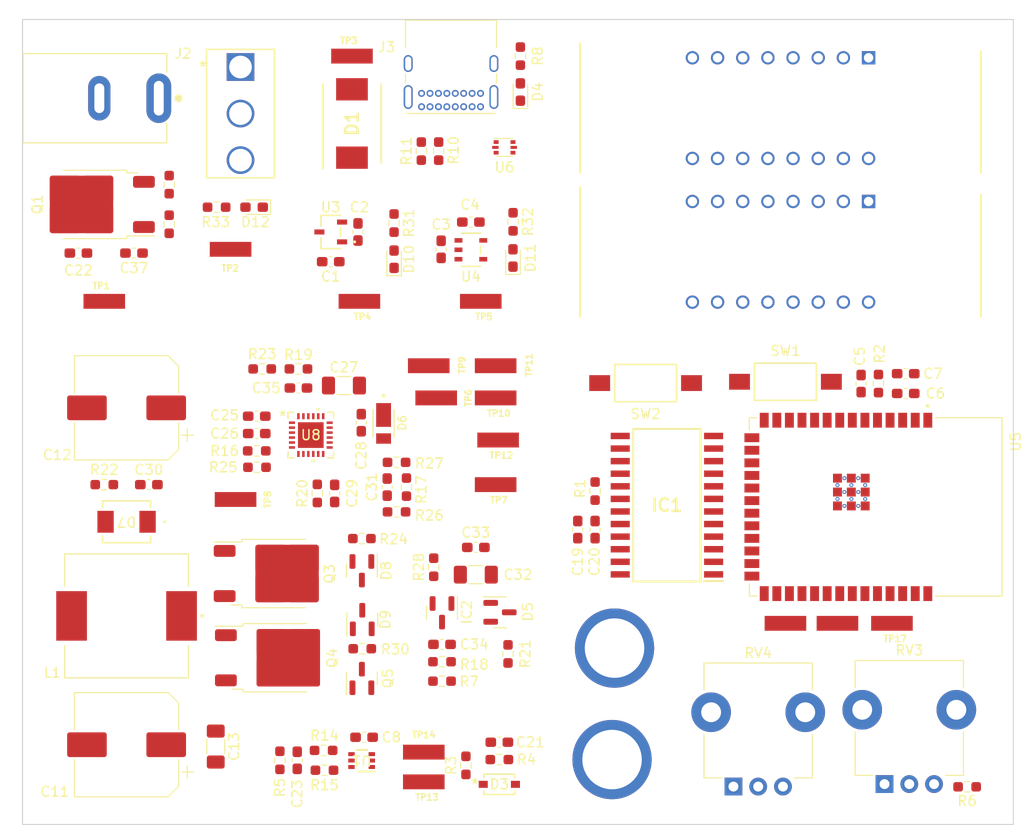
<source format=kicad_pcb>
(kicad_pcb (version 20221018) (generator pcbnew)
  (layers (0 "F.Cu" signal) (31 "B.Cu" signal) (34 "B.Paste" user) (35 "F.Paste" user) (36 "B.SilkS" user "B.Silkscreen") (37 "F.SilkS" user "F.Silkscreen") (38 "B.Mask" user) (39 "F.Mask" user) (44 "Edge.Cuts" user))
  (net 0 "")
  (net 1 "/DC Power Connector/Vout")
  (net 2 "GND")
  (net 3 "+5V")
  (net 4 "+3.3V")
  (net 5 "Net-(SW1-B)")
  (net 6 "/Switching Power Regulator/REG_OUT")
  (net 7 "/Logic/V_SENSE")
  (net 8 "Net-(Q1-G)")
  (net 9 "Net-(C23-Pad2)")
  (net 10 "Net-(U8-RES)")
  (net 11 "Net-(U8-SS)")
  (net 12 "Net-(D6-K)")
  (net 13 "Net-(D7-K)")
  (net 14 "Net-(D6-A)")
  (net 15 "Net-(U8-RAMP)")
  (net 16 "Net-(C30-Pad2)")
  (net 17 "Net-(U8-CS)")
  (net 18 "Net-(U8-CSG)")
  (net 19 "Net-(C32-Pad1)")
  (net 20 "Net-(D5-K)")
  (net 21 "Net-(U8-COMP)")
  (net 22 "Net-(IC2-CATHODE)")
  (net 23 "Net-(IC2-REF)")
  (net 24 "/Low Power Regulators/5V_USB")
  (net 25 "Net-(D4-A)")
  (net 26 "Net-(D5-A)")
  (net 27 "Net-(D8-K)")
  (net 28 "Net-(D8-A)")
  (net 29 "Net-(D9-K)")
  (net 30 "Net-(D9-A)")
  (net 31 "Net-(D10-A)")
  (net 32 "Net-(D11-A)")
  (net 33 "Net-(D12-A)")
  (net 34 "/Display/I_DIG1")
  (net 35 "/Display/I_DIG2")
  (net 36 "/Display/SEG_D")
  (net 37 "/Display/SEG_E")
  (net 38 "/Display/I_DIG3")
  (net 39 "/Display/SEG_DP")
  (net 40 "/Display/I_DIG4")
  (net 41 "/Display/SEG_F")
  (net 42 "/Display/SEG_C")
  (net 43 "/Display/SEG_A")
  (net 44 "/Display/SEG_G")
  (net 45 "/Display/SEG_B")
  (net 46 "/Display/V_DIG1")
  (net 47 "/Display/V_DIG2")
  (net 48 "/Display/V_DIG3")
  (net 49 "/Display/V_DIG4")
  (net 50 "/Display/Display_MOSI")
  (net 51 "/Display/Display_LOAD")
  (net 52 "/Display/Display_SCK")
  (net 53 "Net-(IC1-ISET)")
  (net 55 "Net-(SW3-A)")
  (net 56 "Net-(J3-CC1)")
  (net 57 "Net-(J3-D+-PadA6)")
  (net 58 "Net-(J3-D--PadA7)")
  (net 60 "Net-(J3-CC2)")
  (net 62 "Net-(Q4-S)")
  (net 63 "Net-(R6-Pad1)")
  (net 64 "Net-(R18-Pad1)")
  (net 65 "Net-(U1-IN+)")
  (net 66 "Net-(U1-IN-)")
  (net 67 "Net-(U8-RT)")
  (net 68 "Net-(U8-UVLO)")
  (net 69 "Net-(U8-DEMB)")
  (net 70 "Net-(U8-CM)")
  (net 71 "Net-(SW2-B)")
  (net 72 "/Logic/I_SENSE")
  (net 79 "/Logic/USB_D-")
  (net 80 "/Logic/USB_D+")
  (net 104 "Net-(Q1-S)")
  (footprint "Resistor_SMD:R_0603_1608Metric_Pad0.98x0.95mm_HandSolder" (layer "F.Cu") (at 134.89 98.635)
    (fp_text reference "R27" (at 3.30625 0.1125) (layer "F.SilkS"))
    (fp_text value "200R")
    (pad "1" smd roundrect (at -0.9125 0) (size 0.975 0.95) (layers "F.Cu" "F.Paste" "F.Mask") (net 18 "Net-(U8-CSG)"))
    (pad "2" smd roundrect (at 0.9125 0) (size 0.975 0.95) (layers "F.Cu" "F.Paste" "F.Mask") (net 2 "GND"))
  )
  (footprint "Resistor_SMD:R_0603_1608Metric_Pad0.98x0.95mm_HandSolder" (layer "F.Cu") (at 137.39 67.2225 90)
    (fp_text reference "R11" (at 0 -1.5 90) (layer "F.SilkS"))
    (fp_text value "5k1R")
    (pad "1" smd roundrect (at -0.9125 0 90) (size 0.975 0.95) (layers "F.Cu" "F.Paste" "F.Mask") (net 2 "GND"))
    (pad "2" smd roundrect (at 0.9125 0 90) (size 0.975 0.95) (layers "F.Cu" "F.Paste" "F.Mask") (net 60 "Net-(J3-CC2)"))
  )
  (footprint "Adjustable_Power_Supply:SOD-123_ONS-L" (layer "F.Cu") (at 145.2644 131.135)
    (fp_text reference "D3" (at 0 0 unlocked) (layer "F.SilkS"))
    (fp_text value "3.3V")
    (fp_text user "*" (at -2.4638 0) (layer "F.SilkS"))
    (fp_text user "*" (at -2.4638 0 unlocked) (layer "F.SilkS"))
    (pad "1" smd rect (at -1.6256 0) (size 0.9144 0.7112) (layers "F.Cu" "F.Paste" "F.Mask") (net 7 "/Logic/V_SENSE"))
    (pad "2" smd rect (at 1.6256 0) (size 0.9144 0.7112) (layers "F.Cu" "F.Paste" "F.Mask") (net 2 "GND"))
  )
  (footprint "Adjustable_Power_Supply:TP420X150" (layer "F.Cu") (at 144.89 92.135 180)
    (fp_text reference "TP10" (at -0.318 -1.5564) (layer "F.SilkS") (effects (font (size 0.64 0.64))))
    (fp_text value "FB")
    (pad "1" smd rect (at 0 0 180) (size 4.2 1.5) (layers "F.Cu" "F.Paste" "F.Mask") (net 20 "Net-(D5-K)"))
  )
  (footprint "Capacitor_SMD:C_0603_1608Metric_Pad1.08x0.95mm_HandSolder" (layer "F.Cu") (at 153.178 105.4225 -90)
    (fp_text reference "C19" (at 3.25 0 90) (layer "F.SilkS"))
    (fp_text value "0.1uF 6.3V")
    (pad "1" smd roundrect (at -0.8625 0 270) (size 1.075 0.95) (layers "F.Cu" "F.Paste" "F.Mask") (net 3 "+5V"))
    (pad "2" smd roundrect (at 0.8625 0 270) (size 1.075 0.95) (layers "F.Cu" "F.Paste" "F.Mask") (net 2 "GND"))
  )
  (footprint "Capacitor_SMD:C_0603_1608Metric_Pad1.08x0.95mm_HandSolder" (layer "F.Cu") (at 139.4775 117.01)
    (fp_text reference "C34" (at 3.25 0) (layer "F.SilkS"))
    (fp_text value "DNP")
    (pad "1" smd roundrect (at -0.8625 0) (size 1.075 0.95) (layers "F.Cu" "F.Paste" "F.Mask") (net 22 "Net-(IC2-CATHODE)"))
    (pad "2" smd roundrect (at 0.8625 0) (size 1.075 0.95) (layers "F.Cu" "F.Paste" "F.Mask") (net 23 "Net-(IC2-REF)"))
  )
  (footprint "Adjustable_Power_Supply:ESP32-S3-WROOM-1-N4" (layer "F.Cu") (at 183.25 103.135 -90)
    (fp_text reference "U5" (at -6.575 -14.135 90) (layer "F.SilkS"))
    (fp_text value "ESP32-S3-WROOM-1-N4")
    (pad "1" smd rect (at -8.75 -5.26 270) (size 1.5 0.9) (layers "F.Cu" "F.Paste" "F.Mask") (net 2 "GND"))
    (pad "2" smd rect (at -8.75 -3.99 270) (size 1.5 0.9) (layers "F.Cu" "F.Paste" "F.Mask") (net 4 "+3.3V"))
    (pad "3" smd rect (at -8.75 -2.72 270) (size 1.5 0.9) (layers "F.Cu" "F.Paste" "F.Mask") (net 5 "Net-(SW1-B)"))
    (pad "4" smd rect (at -8.75 -1.45 270) (size 1.5 0.9) (layers "F.Cu" "F.Paste" "F.Mask") (net 50 "/Display/Display_MOSI"))
    (pad "5" smd rect (at -8.75 -0.18 270) (size 1.5 0.9) (layers "F.Cu" "F.Paste" "F.Mask") (net 51 "/Display/Display_LOAD"))
    (pad "6" smd rect (at -8.75 1.09 270) (size 1.5 0.9) (layers "F.Cu" "F.Paste" "F.Mask") (net 52 "/Display/Display_SCK"))
    (pad "7" smd rect (at -8.75 2.36 270) (size 1.5 0.9) (layers "F.Cu" "F.Paste" "F.Mask"))
    (pad "8" smd rect (at -8.75 3.63 270) (size 1.5 0.9) (layers "F.Cu" "F.Paste" "F.Mask"))
    (pad "9" smd rect (at -8.75 4.9 270) (size 1.5 0.9) (layers "F.Cu" "F.Paste" "F.Mask"))
    (pad "10" smd rect (at -8.75 6.17 270) (size 1.5 0.9) (layers "F.Cu" "F.Paste" "F.Mask"))
    (pad "11" smd rect (at -8.75 7.44 270) (size 1.5 0.9) (layers "F.Cu" "F.Paste" "F.Mask"))
    (pad "12" smd rect (at -8.75 8.71 270) (size 1.5 0.9) (layers "F.Cu" "F.Paste" "F.Mask"))
    (pad "13" smd rect (at -8.75 9.98 270) (size 1.5 0.9) (layers "F.Cu" "F.Paste" "F.Mask") (net 79 "/Logic/USB_D-"))
    (pad "14" smd rect (at -8.75 11.25 270) (size 1.5 0.9) (layers "F.Cu" "F.Paste" "F.Mask") (net 80 "/Logic/USB_D+"))
    (pad "15" smd rect (at -6.985 12.5 270) (size 0.9 1.5) (layers "F.Cu" "F.Paste" "F.Mask"))
    (pad "16" smd rect (at -5.715 12.5 270) (size 0.9 1.5) (layers "F.Cu" "F.Paste" "F.Mask"))
    (pad "17" smd rect (at -4.445 12.5 270) (size 0.9 1.5) (layers "F.Cu" "F.Paste" "F.Mask"))
    (pad "18" smd rect (at -3.175 12.5 270) (size 0.9 1.5) (layers "F.Cu" "F.Paste" "F.Mask"))
    (pad "19" smd rect (at -1.905 12.5 270) (size 0.9 1.5) (layers "F.Cu" "F.Paste" "F.Mask"))
    (pad "20" smd rect (at -0.635 12.5 270) (size 0.9 1.5) (layers "F.Cu" "F.Paste" "F.Mask"))
    (pad "21" smd rect (at 0.635 12.5 270) (size 0.9 1.5) (layers "F.Cu" "F.Paste" "F.Mask"))
    (pad "22" smd rect (at 1.905 12.5 270) (size 0.9 1.5) (layers "F.Cu" "F.Paste" "F.Mask"))
    (pad "23" smd rect (at 3.175 12.5 270) (size 0.9 1.5) (layers "F.Cu" "F.Paste" "F.Mask"))
    (pad "24" smd rect (at 4.445 12.5 270) (size 0.9 1.5) (layers "F.Cu" "F.Paste" "F.Mask"))
    (pad "25" smd rect (at 5.715 12.5 270) (size 0.9 1.5) (layers "F.Cu" "F.Paste" "F.Mask"))
    (pad "26" smd rect (at 6.985 12.5 270) (size 0.9 1.5) (layers "F.Cu" "F.Paste" "F.Mask"))
    (pad "27" smd rect (at 8.75 11.25 270) (size 1.5 0.9) (layers "F.Cu" "F.Paste" "F.Mask") (net 71 "Net-(SW2-B)"))
    (pad "28" smd rect (at 8.75 9.98 270) (size 1.5 0.9) (layers "F.Cu" "F.Paste" "F.Mask"))
    (pad "29" smd rect (at 8.75 8.71 270) (size 1.5 0.9) (layers "F.Cu" "F.Paste" "F.Mask"))
    (pad "30" smd rect (at 8.75 7.44 270) (size 1.5 0.9) (layers "F.Cu" "F.Paste" "F.Mask"))
    (pad "31" smd rect (at 8.75 6.17 270) (size 1.5 0.9) (layers "F.Cu" "F.Paste" "F.Mask"))
    (pad "32" smd rect (at 8.75 4.9 270) (size 1.5 0.9) (layers "F.Cu" "F.Paste" "F.Mask"))
    (pad "33" smd rect (at 8.75 3.63 270) (size 1.5 0.9) (layers "F.Cu" "F.Paste" "F.Mask"))
    (pad "34" smd rect (at 8.75 2.36 270) (size 1.5 0.9) (layers "F.Cu" "F.Paste" "F.Mask"))
    (pad "35" smd rect (at 8.75 1.09 270) (size 1.5 0.9) (layers "F.Cu" "F.Paste" "F.Mask"))
    (pad "36" smd rect (at 8.75 -0.18 270) (size 1.5 0.9) (layers "F.Cu" "F.Paste" "F.Mask"))
    (pad "37" smd rect (at 8.75 -1.45 270) (size 1.5 0.9) (layers "F.Cu" "F.Paste" "F.Mask"))
    (pad "38" smd rect (at 8.75 -2.72 270) (size 1.5 0.9) (layers "F.Cu" "F.Paste" "F.Mask") (net 72 "/Logic/I_SENSE"))
    (pad "39" smd rect (at 8.75 -3.99 270) (size 1.5 0.9) (layers "F.Cu" "F.Paste" "F.Mask") (net 7 "/Logic/V_SENSE"))
    (pad "40" smd rect (at 8.75 -5.26 270) (size 1.5 0.9) (layers "F.Cu" "F.Paste" "F.Mask") (net 2 "GND"))
    (pad "41_1" smd rect (at -1.5 2.46 270) (size 0.9 0.9) (layers "F.Cu" "F.Paste" "F.Mask") (net 2 "GND"))
    (pad "41_2" smd rect (at -2.9 2.46 270) (size 0.9 0.9) (layers "F.Cu" "F.Paste" "F.Mask") (net 2 "GND"))
    (pad "41_3" smd rect (at -0.1 2.46 270) (size 0.9 0.9) (layers "F.Cu" "F.Paste" "F.Mask") (net 2 "GND"))
    (pad "41_4" smd rect (at -2.9 3.86 270) (size 0.9 0.9) (layers "F.Cu" "F.Paste" "F.Mask") (net 2 "GND"))
    (pad "41_5" smd rect (at -1.5 3.86 270) (size 0.9 0.9) (layers "F.Cu" "F.Paste" "F.Mask") (net 2 "GND"))
    (pad "41_6" smd rect (at -0.1 3.86 270) (size 0.9 0.9) (layers "F.Cu" "F.Paste" "F.Mask") (net 2 "GND"))
    (pad "41_7" smd rect (at -2.9 1.06 270) (size 0.9 0.9) (layers "F.Cu" "F.Paste" "F.Mask") (net 2 "GND"))
    (pad "41_8" smd rect (at -1.5 1.06 270) (size 0.9 0.9) (layers "F.Cu" "F.Paste" "F.Mask") (net 2 "GND"))
    (pad "41_9" smd rect (at -0.1 1.06 270) (size 0.9 0.9) (layers "F.Cu" "F.Paste" "F.Mask") (net 2 "GND"))
    (pad "41_10" thru_hole circle (at -1.5 1.76 270) (size 0.4 0.4) (drill 0.2) (layers "*.Cu"))
    (pad "41_11" thru_hole circle (at -2.9 1.76 270) (size 0.4 0.4) (drill 0.2) (layers "*.Cu"))
    (pad "41_12" thru_hole circle (at -0.1 1.76 270) (size 0.4 0.4) (drill 0.2) (layers "*.Cu"))
    (pad "41_13" thru_hole circle (at -2.9 3.16 270) (size 0.4 0.4) (drill 0.2) (layers "*.Cu"))
    (pad "41_14" thru_hole circle (at -1.5 3.16 270) (size 0.4 0.4) (drill 0.2) (layers "*.Cu"))
    (pad "41_15" thru_hole circle (at -0.1 3.16 270) (size 0.4 0.4) (drill 0.2) (layers "*.Cu"))
    (pad "41_16" thru_hole circle (at -2.2 1.06 270) (size 0.4 0.4) (drill 0.2) (layers "*.Cu"))
    (pad "41_17" thru_hole circle (at -0.8 1.06 270) (size 0.4 0.4) (drill 0.2) (layers "*.Cu"))
    (pad "41_18" thru_hole circle (at -2.2 2.46 270) (size 0.4 0.4) (drill 0.2) (layers "*.Cu"))
    (pad "41_19" thru_hole circle (at -0.8 2.46 270) (size 0.4 0.4) (drill 0.2) (layers "*.Cu"))
    (pad "41_20" thru_hole circle (at -2.2 3.86 270) (size 0.4 0.4) (drill 0.2) (layers "*.Cu"))
    (pad "41_21" thru_hole circle (at -0.8 3.86 270) (size 0.4 0.4) (drill 0.2) (layers "*.Cu"))
  )
  (footprint "Resistor_SMD:R_0603_1608Metric_Pad0.98x0.95mm_HandSolder" (layer "F.Cu") (at 139.14 67.2225 90)
    (fp_text reference "R10" (at 0.0875 1.5 90) (layer "F.SilkS"))
    (fp_text value "5k1R")
    (pad "1" smd roundrect (at -0.9125 0 90) (size 0.975 0.95) (layers "F.Cu" "F.Paste" "F.Mask") (net 2 "GND"))
    (pad "2" smd roundrect (at 0.9125 0 90) (size 0.975 0.95) (layers "F.Cu" "F.Paste" "F.Mask") (net 56 "Net-(J3-CC1)"))
  )
  (footprint "Adjustable_Power_Supply:TP420X150" (layer "F.Cu") (at 144.89 88.885 180)
    (fp_text reference "TP11" (at -3.375 0.0625 90) (layer "F.SilkS") (effects (font (size 0.64 0.64))))
    (fp_text value "CM")
    (pad "1" smd rect (at 0 0 180) (size 4.2 1.5) (layers "F.Cu" "F.Paste" "F.Mask") (net 70 "Net-(U8-CM)"))
  )
  (footprint "Resistor_SMD:R_0603_1608Metric_Pad0.98x0.95mm_HandSolder" (layer "F.Cu") (at 127.527501 127.709999 180)
    (fp_text reference "R14" (at -0.0875 1.5) (layer "F.SilkS"))
    (fp_text value "10R")
    (pad "1" smd roundrect (at -0.9125 0 180) (size 0.975 0.95) (layers "F.Cu" "F.Paste" "F.Mask") (net 65 "Net-(U1-IN+)"))
    (pad "2" smd roundrect (at 0.9125 0 180) (size 0.975 0.95) (layers "F.Cu" "F.Paste" "F.Mask") (net 6 "/Switching Power Regulator/REG_OUT"))
  )
  (footprint "Capacitor_SMD:C_0603_1608Metric_Pad1.08x0.95mm_HandSolder" (layer "F.Cu") (at 142.89 107.2225)
    (fp_text reference "C33" (at 0 -1.5) (layer "F.SilkS"))
    (fp_text value "100pF 100V")
    (pad "1" smd roundrect (at -0.8625 0) (size 1.075 0.95) (layers "F.Cu" "F.Paste" "F.Mask") (net 21 "Net-(U8-COMP)"))
    (pad "2" smd roundrect (at 0.8625 0) (size 1.075 0.95) (layers "F.Cu" "F.Paste" "F.Mask") (net 20 "Net-(D5-K)"))
  )
  (footprint "Capacitor_SMD:C_1206_3216Metric_Pad1.33x1.80mm_HandSolder" (layer "F.Cu") (at 116.64 127.3225 -90)
    (fp_text reference "C13" (at 0 -1.85 90) (layer "F.SilkS"))
    (fp_text value "10uF 50V")
    (pad "1" smd roundrect (at -1.5625 0 270) (size 1.325 1.8) (layers "F.Cu" "F.Paste" "F.Mask") (roundrect_rratio 0.188679) (net 6 "/Switching Power Regulator/REG_OUT"))
    (pad "2" smd roundrect (at 1.5625 0 270) (size 1.325 1.8) (layers "F.Cu" "F.Paste" "F.Mask") (roundrect_rratio 0.188679) (net 2 "GND"))
  )
  (footprint "Package_TO_SOT_SMD:SOT-23" (layer "F.Cu") (at 131.4275 114.5025 90)
    (fp_text reference "D9" (at -0.005 2.3375 90) (layer "F.SilkS"))
    (fp_text value "BAT54")
    (pad "1" smd roundrect (at -0.9375 -0.95 90) (size 1.475 0.6) (layers "F.Cu" "F.Paste" "F.Mask") (net 29 "Net-(D9-K)"))
    (pad "2" smd roundrect (at -0.9375 0.95 90) (size 1.475 0.6) (layers "F.Cu" "F.Paste" "F.Mask") (net 30 "Net-(D9-A)"))
    (pad "3" smd roundrect (at 0.9375 0 90) (size 1.475 0.6) (layers "F.Cu" "F.Paste" "F.Mask"))
  )
  (footprint "Resistor_SMD:R_0603_1608Metric_Pad0.98x0.95mm_HandSolder" (layer "F.Cu") (at 146.14 117.9725 -90)
    (fp_text reference "R21" (at 0 -1.75 90) (layer "F.SilkS"))
    (fp_text value "10kR")
    (pad "1" smd roundrect (at -0.9125 0 270) (size 0.975 0.95) (layers "F.Cu" "F.Paste" "F.Mask") (net 26 "Net-(D5-A)"))
    (pad "2" smd roundrect (at 0.9125 0 270) (size 0.975 0.95) (layers "F.Cu" "F.Paste" "F.Mask") (net 2 "GND"))
  )
  (footprint "Adjustable_Power_Supply:TP420X150" (layer "F.Cu") (at 138.14 88.885 180)
    (fp_text reference "TP9" (at -3.375 0.0625 270) (layer "F.SilkS") (effects (font (size 0.64 0.64))))
    (fp_text value "LO")
    (pad "1" smd rect (at 0 0 180) (size 4.2 1.5) (layers "F.Cu" "F.Paste" "F.Mask") (net 29 "Net-(D9-K)"))
  )
  (footprint "Resistor_SMD:R_0603_1608Metric_Pad0.98x0.95mm_HandSolder" (layer "F.Cu") (at 192.4775 131.385 180)
    (fp_text reference "R6" (at 0 -1.43) (layer "F.SilkS"))
    (fp_text value "0R")
    (pad "1" smd roundrect (at -0.9125 0 180) (size 0.975 0.95) (layers "F.Cu" "F.Paste" "F.Mask") (net 63 "Net-(R6-Pad1)"))
    (pad "2" smd roundrect (at 0.9125 0 180) (size 0.975 0.95) (layers "F.Cu" "F.Paste" "F.Mask") (net 2 "GND"))
  )
  (footprint "Package_TO_SOT_SMD:TO-252-2" (layer "F.Cu") (at 122.705 118.36)
    (fp_text reference "Q4" (at 5.685 0.025 90) (layer "F.SilkS"))
    (fp_text value "TSM170N06CP ROG")
    (pad "1" smd roundrect (at -5.04 -2.28) (size 2.2 1.2) (layers "F.Cu" "F.Paste" "F.Mask") (roundrect_rratio 0.208333) (net 13 "Net-(D7-K)"))
    (pad "2" smd roundrect (at -0.415 -1.525) (size 3.05 2.75) (layers "F.Cu" "F.Paste") (roundrect_rratio 0.090909) (net 29 "Net-(D9-K)"))
    (pad "2" smd roundrect (at -0.415 1.525) (size 3.05 2.75) (layers "F.Cu" "F.Paste") (roundrect_rratio 0.090909) (net 29 "Net-(D9-K)"))
    (pad "2" smd roundrect (at 1.26 0) (size 6.4 5.8) (layers "F.Cu" "F.Mask") (roundrect_rratio 0.043103) (net 29 "Net-(D9-K)"))
    (pad "2" smd roundrect (at 2.935 -1.525) (size 3.05 2.75) (layers "F.Cu" "F.Paste") (roundrect_rratio 0.090909) (net 29 "Net-(D9-K)"))
    (pad "2" smd roundrect (at 2.935 1.525) (size 3.05 2.75) (layers "F.Cu" "F.Paste") (roundrect_rratio 0.090909) (net 29 "Net-(D9-K)"))
    (pad "3" smd roundrect (at -5.04 2.28) (size 2.2 1.2) (layers "F.Cu" "F.Paste" "F.Mask") (roundrect_rratio 0.208333) (net 62 "Net-(Q4-S)"))
  )
  (footprint "Resistor_SMD:R_0603_1608Metric_Pad0.98x0.95mm_HandSolder" (layer "F.Cu") (at 139.4775 120.7225 180)
    (fp_text reference "R7" (at -2.75 -0.0375) (layer "F.SilkS"))
    (fp_text value "50R")
    (pad "1" smd roundrect (at -0.9125 0 180) (size 0.975 0.95) (layers "F.Cu" "F.Paste" "F.Mask") (net 64 "Net-(R18-Pad1)"))
    (pad "2" smd roundrect (at 0.9125 0 180) (size 0.975 0.95) (layers "F.Cu" "F.Paste" "F.Mask") (net 6 "/Switching Power Regulator/REG_OUT"))
  )
  (footprint "Resistor_SMD:R_0603_1608Metric_Pad0.98x0.95mm_HandSolder" (layer "F.Cu") (at 131.4275 117.4475 180)
    (fp_text reference "R30" (at -3.3375 -0.06) (layer "F.SilkS"))
    (fp_text value "0R")
    (pad "1" smd roundrect (at -0.9125 0 180) (size 0.975 0.95) (layers "F.Cu" "F.Paste" "F.Mask") (net 30 "Net-(D9-A)"))
    (pad "2" smd roundrect (at 0.9125 0 180) (size 0.975 0.95) (layers "F.Cu" "F.Paste" "F.Mask") (net 29 "Net-(D9-K)"))
  )
  (footprint "Resistor_SMD:R_0603_1608Metric_Pad0.98x0.95mm_HandSolder" (layer "F.Cu") (at 123.115001 128.709999 90)
    (fp_text reference "R5" (at -2.75 0 90) (layer "F.SilkS"))
    (fp_text value "13mR")
    (pad "1" smd roundrect (at -0.9125 0 90) (size 0.975 0.95) (layers "F.Cu" "F.Paste" "F.Mask") (net 9 "Net-(C23-Pad2)"))
    (pad "2" smd roundrect (at 0.9125 0 90) (size 0.975 0.95) (layers "F.Cu" "F.Paste" "F.Mask") (net 6 "/Switching Power Regulator/REG_OUT"))
  )
  (footprint "Resistor_SMD:R_0603_1608Metric_Pad0.98x0.95mm_HandSolder" (layer "F.Cu") (at 116.7275 72.885 180)
    (fp_text reference "R33" (at 0.0875 -1.5) (layer "F.SilkS"))
    (fp_text value "680R")
    (pad "1" smd roundrect (at -0.9125 0 180) (size 0.975 0.95) (layers "F.Cu" "F.Paste" "F.Mask") (net 33 "Net-(D12-A)"))
    (pad "2" smd roundrect (at 0.9125 0 180) (size 0.975 0.95) (layers "F.Cu" "F.Paste" "F.Mask") (net 1 "/DC Power Connector/Vout"))
  )
  (footprint "Adjustable_Power_Supply:TP420X150" (layer "F.Cu") (at 174.14 114.885 180)
    (fp_text reference "TP15" hide)
    (fp_text value "MOSI")
    (pad "1" smd rect (at 0 0 180) (size 4.2 1.5) (layers "F.Cu" "F.Paste" "F.Mask") (net 50 "/Display/Display_MOSI"))
  )
  (footprint "Adjustable_Power_Supply:TP420X150" (layer "F.Cu") (at 143.39 82.385 180)
    (fp_text reference "TP5" (at -0.318 -1.5564) (layer "F.SilkS") (effects (font (size 0.64 0.64))))
    (fp_text value "3.3V")
    (pad "1" smd rect (at 0 0 180) (size 4.2 1.5) (layers "F.Cu" "F.Paste" "F.Mask") (net 4 "+3.3V"))
  )
  (footprint "Resistor_SMD:R_0603_1608Metric_Pad0.98x0.95mm_HandSolder" (layer "F.Cu") (at 138.64 109.2225 -90)
    (fp_text reference "R28" (at 0 1.5 90) (layer "F.SilkS"))
    (fp_text value "10kR")
    (pad "1" smd roundrect (at -0.9125 0 270) (size 0.975 0.95) (layers "F.Cu" "F.Paste" "F.Mask") (net 21 "Net-(U8-COMP)"))
    (pad "2" smd roundrect (at 0.9125 0 270) (size 0.975 0.95) (layers "F.Cu" "F.Paste" "F.Mask") (net 19 "Net-(C32-Pad1)"))
  )
  (footprint "Resistor_SMD:R_0603_1608Metric_Pad0.98x0.95mm_HandSolder" (layer "F.Cu") (at 183.5275 90.685 -90)
    (fp_text reference "R2" (at -3 -0.1125 90) (layer "F.SilkS"))
    (fp_text value "10kR")
    (pad "1" smd roundrect (at -0.9125 0 270) (size 0.975 0.95) (layers "F.Cu" "F.Paste" "F.Mask") (net 4 "+3.3V"))
    (pad "2" smd roundrect (at 0.9125 0 270) (size 0.975 0.95) (layers "F.Cu" "F.Paste" "F.Mask") (net 5 "Net-(SW1-B)"))
  )
  (footprint "Package_TO_SOT_SMD:SOT-23" (layer "F.Cu") (at 131.39 120.4475 90)
    (fp_text reference "Q5" (at 0 2.625 90) (layer "F.SilkS"))
    (fp_text value "Q_NPN_CBE")
    (pad "1" smd roundrect (at -0.9375 -0.95 90) (size 1.475 0.6) (layers "F.Cu" "F.Paste" "F.Mask") (net 29 "Net-(D9-K)"))
    (pad "2" smd roundrect (at -0.9375 0.95 90) (size 1.475 0.6) (layers "F.Cu" "F.Paste" "F.Mask") (net 30 "Net-(D9-A)"))
    (pad "3" smd roundrect (at 0.9375 0 90) (size 1.475 0.6) (layers "F.Cu" "F.Paste" "F.Mask") (net 2 "GND"))
  )
  (footprint "Adjustable_Power_Supply:TP420X150" (layer "F.Cu") (at 184.89 114.885 180)
    (fp_text reference "TP17" (at -0.318 -1.5564) (layer "F.SilkS") (effects (font (size 0.64 0.64))))
    (fp_text value "SCK")
    (pad "1" smd rect (at 0 0 180) (size 4.2 1.5) (layers "F.Cu" "F.Paste" "F.Mask") (net 52 "/Display/Display_SCK"))
  )
  (footprint "Resistor_SMD:R_0603_1608Metric_Pad0.98x0.95mm_HandSolder" (layer "F.Cu") (at 111.94 74.605 -90)
    (fp_text reference "R13" hide)
    (fp_text value "100kR")
    (pad "1" smd roundrect (at -0.9125 0 270) (size 0.975 0.95) (layers "F.Cu" "F.Paste" "F.Mask") (net 8 "Net-(Q1-G)"))
    (pad "2" smd roundrect (at 0.9125 0 270) (size 0.975 0.95) (layers "F.Cu" "F.Paste" "F.Mask") (net 2 "GND"))
  )
  (footprint "Capacitor_SMD:C_0603_1608Metric_Pad1.08x0.95mm_HandSolder" (layer "F.Cu") (at 120.7775 95.73 180)
    (fp_text reference "C26" (at 3.25 0) (layer "F.SilkS"))
    (fp_text value "0.1uF 100V")
    (pad "1" smd roundrect (at -0.8625 0 180) (size 1.075 0.95) (layers "F.Cu" "F.Paste" "F.Mask") (net 11 "Net-(U8-SS)"))
    (pad "2" smd roundrect (at 0.8625 0 180) (size 1.075 0.95) (layers "F.Cu" "F.Paste" "F.Mask") (net 2 "GND"))
  )
  (footprint "LED_SMD:LED_0603_1608Metric_Pad1.05x0.95mm_HandSolder" (layer "F.Cu") (at 146.64 78.01 90)
    (fp_text reference "D11" (at 0 1.76 90) (layer "F.SilkS"))
    (fp_text value "LED")
    (pad "1" smd roundrect (at -0.875 0 90) (size 1.05 0.95) (layers "F.Cu" "F.Paste" "F.Mask") (net 2 "GND"))
    (pad "2" smd roundrect (at 0.875 0 90) (size 1.05 0.95) (layers "F.Cu" "F.Paste" "F.Mask") (net 32 "Net-(D11-A)"))
  )
  (footprint "Adjustable_Power_Supply:TP420X150" (layer "F.Cu") (at 105.39 82.385)
    (fp_text reference "TP1" (at -0.318 -1.5564) (layer "F.SilkS") (effects (font (size 0.64 0.64))))
    (fp_text value "GND")
    (pad "1" smd rect (at 0 0) (size 4.2 1.5) (layers "F.Cu" "F.Paste" "F.Mask") (net 2 "GND"))
  )
  (footprint "Adjustable_Power_Supply:DIO_DFLS1100-7" (layer "F.Cu") (at 133.58 94.706232 -90)
    (fp_text reference "D6" (at -0.05 -1.89 90) (layer "F.SilkS") (effects (font (size 0.787402 0.787402))))
    (fp_text value "DFLS1100-7")
    (pad "1" smd rect (at -0.85 0 270) (size 2.4 1.5) (layers "F.Cu" "F.Paste" "F.Mask") (net 12 "Net-(D6-K)"))
    (pad "2" smd rect (at 1.525 0 270) (size 1.05 1.5) (layers "F.Cu" "F.Paste" "F.Mask") (net 14 "Net-(D6-A)"))
  )
  (footprint "Capacitor_SMD:C_0603_1608Metric_Pad1.08x0.95mm_HandSolder" (layer "F.Cu") (at 142.39 74.385 180)
    (fp_text reference "C4" (at 0.08045 1.75 180) (layer "F.SilkS"))
    (fp_text value "1uF 6.3V")
    (pad "1" smd roundrect (at -0.8625 0 180) (size 1.075 0.95) (layers "F.Cu" "F.Paste" "F.Mask") (net 4 "+3.3V"))
    (pad "2" smd roundrect (at 0.8625 0 180) (size 1.075 0.95) (layers "F.Cu" "F.Paste" "F.Mask") (net 2 "GND"))
  )
  (footprint "Adjustable_Power_Supply:SRP1265A-330M" (layer "F.Cu") (at 107.64 114.135 180)
    (fp_text reference "L1" (at 7.5 -5.75) (layer "F.SilkS") (effects (font (size 0.94489 0.94489))))
    (fp_text value "33uH")
    (pad "1" smd rect (at -5.55 0 180) (size 3.1 5) (layers "F.Cu" "F.Paste" "F.Mask") (net 13 "Net-(D7-K)"))
    (pad "2" smd rect (at 5.55 0 180) (size 3.1 5) (layers "F.Cu" "F.Paste" "F.Mask") (net 6 "/Switching Power Regulator/REG_OUT"))
  )
  (footprint "Adjustable_Power_Supply:FSMSM" (layer "F.Cu") (at 164.661 90.635 180)
    (fp_text reference "SW2" (at 4.6355 -3.1183 unlocked) (layer "F.SilkS"))
    (fp_text value "SW_SPST")
    (pad "1" smd rect (at 0 0 180) (size 2.1082 1.6002) (layers "F.Cu" "F.Paste" "F.Mask") (net 2 "GND"))
    (pad "2" smd rect (at 9.271 0 180) (size 2.1082 1.6002) (layers "F.Cu" "F.Paste" "F.Mask") (net 71 "Net-(SW2-B)"))
  )
  (footprint "Adjustable_Power_Supply:TP420X150" (layer "F.Cu") (at 130.39 57.635)
    (fp_text reference "TP3" (at -0.318 -1.5564) (layer "F.SilkS") (effects (font (size 0.64 0.64))))
    (fp_text value "USB_5V")
    (pad "1" smd rect (at 0 0) (size 4.2 1.5) (layers "F.Cu" "F.Paste" "F.Mask") (net 24 "/Low Power Regulators/5V_USB"))
  )
  (footprint "Resistor_SMD:R_0603_1608Metric_Pad0.98x0.95mm_HandSolder" (layer "F.Cu") (at 131.39 106.33 180)
    (fp_text reference "R24" (at -3.2 -0.0625) (layer "F.SilkS"))
    (fp_text value "0R")
    (pad "1" smd roundrect (at -0.9125 0 180) (size 0.975 0.95) (layers "F.Cu" "F.Paste" "F.Mask") (net 27 "Net-(D8-K)"))
    (pad "2" smd roundrect (at 0.9125 0 180) (size 0.975 0.95) (layers "F.Cu" "F.Paste" "F.Mask") (net 28 "Net-(D8-A)"))
  )
  (footprint "Adjustable_Power_Supply:1101M2S3CQE2" (layer "F.Cu") (at 119.14 58.737)
    (fp_text reference "SW3" hide)
    (fp_text value "SW_SPST")
    (fp_text user "*" (at -3.81 0) (layer "F.SilkS"))
    (fp_text user "*" (at -3.81 0 unlocked) (layer "F.SilkS"))
    (pad "1" thru_hole rect (at 0 0) (size 2.794 2.794) (drill 2.286) (layers "*.Cu" "*.Mask") (net 55 "Net-(SW3-A)"))
    (pad "2" thru_hole circle (at 0 4.699) (size 2.794 2.794) (drill 2.286) (layers "*.Cu" "*.Mask") (net 104 "Net-(Q1-S)"))
    (pad "3" thru_hole circle (at 0 9.398) (size 2.794 2.794) (drill 2.286) (layers "*.Cu" "*.Mask"))
  )
  (footprint "Resistor_SMD:R_0603_1608Metric_Pad0.98x0.95mm_HandSolder" (layer "F.Cu") (at 111.94 70.605 -90)
    (fp_text reference "R12" hide)
    (fp_text value "100kR")
    (pad "1" smd roundrect (at -0.9125 0 270) (size 0.975 0.95) (layers "F.Cu" "F.Paste" "F.Mask") (net 104 "Net-(Q1-S)"))
    (pad "2" smd roundrect (at 0.9125 0 270) (size 0.975 0.95) (layers "F.Cu" "F.Paste" "F.Mask") (net 8 "Net-(Q1-G)"))
  )
  (footprint "Adjustable_Power_Supply:TP420X150" (layer "F.Cu") (at 179.39 114.885 180)
    (fp_text reference "TP16" hide)
    (fp_text value "LOAD")
    (pad "1" smd rect (at 0 0 180) (size 4.2 1.5) (layers "F.Cu" "F.Paste" "F.Mask") (net 51 "/Display/Display_LOAD"))
  )
  (footprint "Connector_USB:USB_C_Receptacle_GCT_USB4085" (layer "F.Cu") (at 143.365 62.745 180)
    (fp_text reference "J3" (at 9.475 6.025) (layer "F.SilkS"))
    (fp_text value "USB_C_Receptacle_USB2.0")
    (pad "A1" thru_hole circle (at 0 0 180) (size 0.7 0.7) (drill 0.4) (layers "*.Cu" "*.Mask") (net 2 "GND"))
    (pad "A4" thru_hole circle (at 0.85 0 180) (size 0.7 0.7) (drill 0.4) (layers "*.Cu" "*.Mask") (net 24 "/Low Power Regulators/5V_USB"))
    (pad "A5" thru_hole circle (at 1.7 0 180) (size 0.7 0.7) (drill 0.4) (layers "*.Cu" "*.Mask") (net 56 "Net-(J3-CC1)"))
    (pad "A6" thru_hole circle (at 2.55 0 180) (size 0.7 0.7) (drill 0.4) (layers "*.Cu" "*.Mask") (net 57 "Net-(J3-D+-PadA6)"))
    (pad "A7" thru_hole circle (at 3.4 0 180) (size 0.7 0.7) (drill 0.4) (layers "*.Cu" "*.Mask") (net 58 "Net-(J3-D--PadA7)"))
    (pad "A8" thru_hole circle (at 4.25 0 180) (size 0.7 0.7) (drill 0.4) (layers "*.Cu" "*.Mask"))
    (pad "A9" thru_hole circle (at 5.1 0 180) (size 0.7 0.7) (drill 0.4) (layers "*.Cu" "*.Mask") (net 24 "/Low Power Regulators/5V_USB"))
    (pad "A12" thru_hole circle (at 5.95 0 180) (size 0.7 0.7) (drill 0.4) (layers "*.Cu" "*.Mask") (net 2 "GND"))
    (pad "B1" thru_hole circle (at 5.95 1.35 180) (size 0.7 0.7) (drill 0.4) (layers "*.Cu" "*.Mask") (net 2 "GND"))
    (pad "B4" thru_hole circle (at 5.1 1.35 180) (size 0.7 0.7) (drill 0.4) (layers "*.Cu" "*.Mask") (net 24 "/Low Power Regulators/5V_USB"))
    (pad "B5" thru_hole circle (at 4.25 1.35 180) (size 0.7 0.7) (drill 0.4) (layers "*.Cu" "*.Mask") (net 60 "Net-(J3-CC2)"))
    (pad "B6" thru_hole circle (at 3.4 1.35 180) (size 0.7 0.7) (drill 0.4) (layers "*.Cu" "*.Mask") (net 57 "Net-(J3-D+-PadA6)"))
    (pad "B7" thru_hole circle (at 2.55 1.35 180) (size 0.7 0.7) (drill 0.4) (layers "*.Cu" "*.Mask") (net 58 "Net-(J3-D--PadA7)"))
    (pad "B8" thru_hole circle (at 1.7 1.35 180) (size 0.7 0.7) (drill 0.4) (layers "*.Cu" "*.Mask"))
    (pad "B9" thru_hole circle (at 0.85 1.35 180) (size 0.7 0.7) (drill 0.4) (layers "*.Cu" "*.Mask") (net 24 "/Low Power Regulators/5V_USB"))
    (pad "B12" thru_hole circle (at 0 1.35 180) (size 0.7 0.7) (drill 0.4) (layers "*.Cu" "*.Mask") (net 2 "GND"))
    (pad "S1" thru_hole oval (at -1.35 0.98 180) (size 0.9 2.4) (drill oval 0.6 2.1) (layers "*.Cu" "*.Mask") (net 2 "GND"))
    (pad "S1" thru_hole oval (at -1.35 4.36 180) (size 0.9 1.7) (drill oval 0.6 1.4) (layers "*.Cu" "*.Mask") (net 2 "GND"))
    (pad "S1" thru_hole oval (at 7.3 0.98 180) (size 0.9 2.4) (drill oval 0.6 2.1) (layers "*.Cu" "*.Mask") (net 2 "GND"))
    (pad "S1" thru_hole oval (at 7.3 4.36 180) (size 0.9 1.7) (drill oval 0.6 1.4) (layers "*.Cu" "*.Mask") (net 2 "GND"))
  )
  (footprint "Capacitor_SMD:C_0603_1608Metric_Pad1.08x0.95mm_HandSolder" (layer "F.Cu") (at 131.33 94.635 90)
    (fp_text reference "C28" (at -3.321232 0 90) (layer "F.SilkS"))
    (fp_text value "4.7uF 16V")
    (pad "1" smd roundrect (at -0.8625 0 90) (size 1.075 0.95) (layers "F.Cu" "F.Paste" "F.Mask") (net 14 "Net-(D6-A)"))
    (pad "2" smd roundrect (at 0.8625 0 90) (size 1.075 0.95) (layers "F.Cu" "F.Paste" "F.Mask") (net 2 "GND"))
  )
  (footprint "Adjustable_Power_Supply:TP420X150" (layer "F.Cu") (at 137.64 127.885 180)
    (fp_text reference "TP14" (at 0 1.75) (layer "F.SilkS") (effects (font (size 0.64 0.64))))
    (fp_text value "V_SENSE")
    (pad "1" smd rect (at 0 0 180) (size 4.2 1.5) (layers "F.Cu" "F.Paste" "F.Mask") (net 7 "/Logic/V_SENSE"))
  )
  (footprint "Package_TO_SOT_SMD:TO-252-2" (layer "F.Cu") (at 104.35 72.605 180)
    (fp_text reference "Q1" (at 5.71 0 90) (layer "F.SilkS"))
    (fp_text value "AOD4189")
    (pad "1" smd roundrect (at -5.04 -2.28 180) (size 2.2 1.2) (layers "F.Cu" "F.Paste" "F.Mask") (roundrect_rratio 0.208333) (net 1 "/DC Power Connector/Vout"))
    (pad "2" smd roundrect (at -0.415 -1.525 180) (size 3.05 2.75) (layers "F.Cu" "F.Paste") (roundrect_rratio 0.090909) (net 8 "Net-(Q1-G)"))
    (pad "2" smd roundrect (at -0.415 1.525 180) (size 3.05 2.75) (layers "F.Cu" "F.Paste") (roundrect_rratio 0.090909) (net 8 "Net-(Q1-G)"))
    (pad "2" smd roundrect (at 1.26 0 180) (size 6.4 5.8) (layers "F.Cu" "F.Mask") (roundrect_rratio 0.043103) (net 8 "Net-(Q1-G)"))
    (pad "2" smd roundrect (at 2.935 -1.525 180) (size 3.05 2.75) (layers "F.Cu" "F.Paste") (roundrect_rratio 0.090909) (net 8 "Net-(Q1-G)"))
    (pad "2" smd roundrect (at 2.935 1.525 180) (size 3.05 2.75) (layers "F.Cu" "F.Paste") (roundrect_rratio 0.090909) (net 8 "Net-(Q1-G)"))
    (pad "3" smd roundrect (at -5.04 2.28 180) (size 2.2 1.2) (layers "F.Cu" "F.Paste" "F.Mask") (roundrect_rratio 0.208333) (net 104 "Net-(Q1-S)"))
  )
  (footprint "Capacitor_SMD:C_0603_1608Metric_Pad1.08x0.95mm_HandSolder" (layer "F.Cu") (at 128.64 101.7725 -90)
    (fp_text reference "C29" (at 0 -1.75 90) (layer "F.SilkS"))
    (fp_text value "1000pF 100V")
    (pad "1" smd roundrect (at -0.8625 0 270) (size 1.075 0.95) (layers "F.Cu" "F.Paste" "F.Mask") (net 15 "Net-(U8-RAMP)"))
    (pad "2" smd roundrect (at 0.8625 0 270) (size 1.075 0.95) (layers "F.Cu" "F.Paste" "F.Mask") (net 2 "GND"))
  )
  (footprint "Capacitor_SMD:C_0603_1608Metric_Pad1.08x0.95mm_HandSolder" (layer "F.Cu") (at 124.985 91.135 180)
    (fp_text reference "C35" (at 3.25 0) (layer "F.SilkS"))
    (fp_text value "4.7uF 100V")
    (pad "1" smd roundrect (at -0.8625 0 180) (size 1.075 0.95) (layers "F.Cu" "F.Paste" "F.Mask") (net 1 "/DC Power Connector/Vout"))
    (pad "2" smd roundrect (at 0.8625 0 180) (size 1.075 0.95) (layers "F.Cu" "F.Paste" "F.Mask") (net 2 "GND"))
  )
  (footprint "Adjustable_Power_Supply:TP420X150" (layer "F.Cu") (at 144.89 100.885 180)
    (fp_text reference "TP7" (at -0.318 -1.5564) (layer "F.SilkS") (effects (font (size 0.64 0.64))))
    (fp_text value "SW")
    (pad "1" smd rect (at 0 0 180) (size 4.2 1.5) (layers "F.Cu" "F.Paste" "F.Mask") (net 13 "Net-(D7-K)"))
  )
  (footprint "Package_TO_SOT_SMD:SOT-666" (layer "F.Cu") (at 145.79 66.8475)
    (fp_text reference "U6" (at 0 2) (layer "F.SilkS"))
    (fp_text value "USBLC6-2P6")
    (pad "1" smd rect (at -0.85 -0.5375) (size 0.5 0.375) (layers "F.Cu" "F.Paste" "F.Mask") (net 58 "Net-(J3-D--PadA7)"))
    (pad "2" smd rect (at -0.925 0) (size 0.65 0.3) (layers "F.Cu" "F.Paste" "F.Mask") (net 2 "GND"))
    (pad "3" smd rect (at -0.85 0.5375) (size 0.5 0.375) (layers "F.Cu" "F.Paste" "F.Mask") (net 57 "Net-(J3-D+-PadA6)"))
    (pad "4" smd rect (at 0.85 0.5375) (size 0.5 0.375) (layers "F.Cu" "F.Paste" "F.Mask") (net 80 "/Logic/USB_D+"))
    (pad "5" smd rect (at 0.925 0) (size 0.65 0.3) (layers "F.Cu" "F.Paste" "F.Mask") (net 3 "+5V"))
    (pad "6" smd rect (at 0.85 -0.5375) (size 0.5 0.375) (layers "F.Cu" "F.Paste" "F.Mask") (net 79 "/Logic/USB_D-"))
  )
  (footprint "Resistor_SMD:R_0603_1608Metric_Pad0.98x0.95mm_HandSolder" (layer "F.Cu") (at 120.7775 97.48 180)
    (fp_text reference "R16" (at 3.25 0) (layer "F.SilkS"))
    (fp_text value "24kR")
    (pad "1" smd roundrect (at -0.9125 0 180) (size 0.975 0.95) (layers "F.Cu" "F.Paste" "F.Mask") (net 67 "Net-(U8-RT)"))
    (pad "2" smd roundrect (at 0.9125 0 180) (size 0.975 0.95) (layers "F.Cu" "F.Paste" "F.Mask") (net 2 "GND"))
  )
  (footprint "Adjustable_Power_Supply:FSMSM" (layer "F.Cu") (at 169.5045 90.5033)
    (fp_text reference "SW1" (at 4.6355 -3.1183 unlocked) (layer "F.SilkS"))
    (fp_text value "FSMSM")
    (pad "1" smd rect (at 0 0) (size 2.1082 1.6002) (layers "F.Cu" "F.Paste" "F.Mask") (net 2 "GND"))
    (pad "2" smd rect (at 9.271 0) (size 2.1082 1.6002) (layers "F.Cu" "F.Paste" "F.Mask") (net 5 "Net-(SW1-B)"))
  )
  (footprint "Adjustable_Power_Supply:SMB_403A-03_ONS-L" (layer "F.Cu") (at 107.64 104.635 180)
    (fp_text reference "D7" (at 0 0 180 unlocked) (layer "F.SilkS"))
    (fp_text value "MBRS1100T3G")
    (pad "1" smd rect (at -2.1209 0 180) (size 1.651 2.2098) (layers "F.Cu" "F.Paste" "F.Mask") (net 13 "Net-(D7-K)"))
    (pad "2" smd rect (at 2.1209 0 180) (size 1.651 2.2098) (layers "F.Cu" "F.Paste" "F.Mask") (net 2 "GND"))
  )
  (footprint "Adjustable_Power_Supply:SS34" (layer "F.Cu") (at 130.39 64.435 90)
    (fp_text reference "D1" (at 0 0 90) (layer "F.SilkS") (effects (font (size 1.27 1.27) (thickness 0.254))))
    (fp_text value "SS34" hide)
    (pad "1" smd rect (at -3.45 0 90) (size 2.25 3.2) (layers "F.Cu" "F.Paste" "F.Mask") (net 3 "+5V"))
    (pad "2" smd rect (at 3.45 0 90) (size 2.25 3.2) (layers "F.Cu" "F.Paste" "F.Mask") (net 24 "/Low Power Regulators/5V_USB"))
  )
  (footprint "Capacitor_SMD:C_0603_1608Metric_Pad1.08x0.95mm_HandSolder" (layer "F.Cu") (at 120.7775 93.98 180)
    (fp_text reference "C25" (at 3.25 0.095) (layer "F.SilkS"))
    (fp_text value "0.47uF 16V")
    (pad "1" smd roundrect (at -0.8625 0 180) (size 1.075 0.95) (layers "F.Cu" "F.Paste" "F.Mask") (net 10 "Net-(U8-RES)"))
    (pad "2" smd roundrect (at 0.8625 0 180) (size 1.075 0.95) (layers "F.Cu" "F.Paste" "F.Mask") (net 2 "GND"))
  )
  (footprint "LED_SMD:LED_0603_1608Metric_Pad1.05x0.95mm_HandSolder" (layer "F.Cu") (at 147.39 61.26 90)
    (fp_text reference "D4" (at 0 1.75 90) (layer "F.SilkS"))
    (fp_text value "LED")
    (pad "1" smd roundrect (at -0.875 0 90) (size 1.05 0.95) (layers "F.Cu" "F.Paste" "F.Mask") (net 2 "GND"))
    (pad "2" smd roundrect (at 0.875 0 90) (size 1.05 0.95) (layers "F.Cu" "F.Paste" "F.Mask") (net 25 "Net-(D4-A)"))
  )
  (footprint "Resistor_SMD:R_0603_1608Metric_Pad0.98x0.95mm_HandSolder" (layer "F.Cu") (at 146.65 74.36 90)
    (fp_text reference "R32" (at 0 1.5 90) (layer "F.SilkS"))
    (fp_text value "82R")
    (pad "1" smd roundrect (at -0.9125 0 90) (size 0.975 0.95) (layers "F.Cu" "F.Paste" "F.Mask") (net 32 "Net-(D11-A)"))
    (pad "2" smd roundrect (at 0.9125 0 90) (size 0.975 0.95) (layers "F.Cu" "F.Paste" "F.Mask") (net 4 "+3.3V"))
  )
  (footprint "Capacitor_SMD:C_0603_1608Metric_Pad1.08x0.95mm_HandSolder" (layer "F.Cu") (at 181.7775 90.685 90)
    (fp_text reference "C5" (at 2.75 -0.1375 90) (layer "F.SilkS"))
    (fp_text value "1uF 6.3V")
    (pad "1" smd roundrect (at -0.8625 0 90) (size 1.075 0.95) (layers "F.Cu" "F.Paste" "F.Mask") (net 5 "Net-(SW1-B)"))
    (pad "2" smd roundrect (at 0.8625 0 90) (size 1.075 0.95) (layers "F.Cu" "F.Paste" "F.Mask") (net 2 "GND"))
  )
  (footprint "Adjustable_Power_Supply:AP2210N-5.0TRG1" (layer "F.Cu") (at 128.2456 75.384999 90)
    (fp_text reference "U3" (at 2.499999 0 unlocked) (layer "F.SilkS"))
    (fp_text value "AP2210N-5.0TRG1")
    (pad "1" smd rect (at -1.000001 1.1444 90) (size 0.508 1.016) (layers "F.Cu" "F.Paste" "F.Mask") (net 2 "GND"))
    (pad "2" smd rect (at 1.000001 1.1444 90) (size 0.508 1.016) (layers "F.Cu" "F.Paste" "F.Mask") (net 3 "+5V"))
    (pad "3" smd rect (at 0 -1.1444 90) (size 0.508 1.016) (layers "F.Cu" "F.Paste" "F.Mask") (net 1 "/DC Power Connector/Vout"))
  )
  (footprint "LED_SMD:LED_0603_1608Metric_Pad1.05x0.95mm_HandSolder" (layer "F.Cu") (at 120.515 72.885 180)
    (fp_text reference "D12" (at -0.125 -1.5) (layer "F.SilkS"))
    (fp_text value "LED")
    (pad "1" smd roundrect (at -0.875 0 180) (size 1.05 0.95) (layers "F.Cu" "F.Paste" "F.Mask") (net 2 "GND"))
    (pad "2" smd roundrect (at 0.875 0 180) (size 1.05 0.95) (layers "F.Cu" "F.Paste" "F.Mask") (net 33 "Net-(D12-A)"))
  )
  (footprint "Capacitor_SMD:C_0603_1608Metric_Pad1.08x0.95mm_HandSolder" (layer "F.Cu") (at 133.94625 101.135 90)
    (fp_text reference "C31" (at 0 -1.55625 90) (layer "F.SilkS"))
    (fp_text value "100pF 100V")
    (pad "1" smd roundrect (at -0.8625 0 90) (size 1.075 0.95) (layers "F.Cu" "F.Paste" "F.Mask") (net 17 "Net-(U8-CS)"))
    (pad "2" smd roundrect (at 0.8625 0 90) (size 1.075 0.95) (layers "F.Cu" "F.Paste" "F.Mask") (net 18 "Net-(U8-CSG)"))
  )
  (footprint "Resistor_SMD:R_0603_1608Metric_Pad0.98x0.95mm_HandSolder" (layer "F.Cu") (at 127.615001 129.709999 180)
    (fp_text reference "R15" (at 0 -1.5) (layer "F.SilkS"))
    (fp_text value "10R")
    (pad "1" smd roundrect (at -0.9125 0 180) (size 0.975 0.95) (layers "F.Cu" "F.Paste" "F.Mask") (net 66 "Net-(U1-IN-)"))
    (pad "2" smd roundrect (at 0.9125 0 180) (size 0.975 0.95) (layers "F.Cu" "F.Paste" "F.Mask") (net 9 "Net-(C23-Pad2)"))
  )
  (footprint "Package_TO_SOT_SMD:SOT-23" (layer "F.Cu") (at 139.4775 113.8225 -90)
    (fp_text reference "IC2" (at -0.0625 -2.5 90) (layer "F.SilkS"))
    (fp_text value "LMV431AIMFX_NOPB")
    (pad "1" smd roundrect (at -0.9375 -0.95 270) (size 1.475 0.6) (layers "F.Cu" "F.Paste" "F.Mask") (net 23 "Net-(IC2-REF)"))
    (pad "2" smd roundrect (at -0.9375 0.95 270) (size 1.475 0.6) (layers "F.Cu" "F.Paste" "F.Mask") (net 22 "Net-(IC2-CATHODE)"))
    (pad "3" smd roundrect (at 0.9375 0 270) (size 1.475 0.6) (layers "F.Cu" "F.Paste" "F.Mask") (net 26 "Net-(D5-A)"))
  )
  (footprint "Adjustable_Power_Supply:TP420X150" (layer "F.Cu") (at 131.14 82.385 180)
    (fp_text reference "TP4" (at -0.318 -1.5564) (layer "F.SilkS") (effects (font (size 0.64 0.64))))
    (fp_text value "5V")
    (pad "1" smd rect (at 0 0 180) (size 4.2 1.5) (layers "F.Cu" "F.Paste" "F.Mask") (net 3 "+5V"))
  )
  (footprint "Resistor_SMD:R_0603_1608Metric_Pad0.98x0.95mm_HandSolder" (layer "F.Cu") (at 124.985 89.206232)
    (fp_text reference "R19" (at 0 -1.43) (layer "F.SilkS"))
    (fp_text value "100kR")
    (pad "1" smd roundrect (at -0.9125 0) (size 0.975 0.95) (layers "F.Cu" "F.Paste" "F.Mask") (net 68 "Net-(U8-UVLO)"))
    (pad "2" smd roundrect (at 0.9125 0) (size 0.975 0.95) (layers "F.Cu" "F.Paste" "F.Mask") (net 1 "/DC Power Connector/Vout"))
  )
  (footprint "Adjustable_Power_Supply:MAX7219" (layer "F.Cu") (at 162.178 102.96 180)
    (fp_text reference "IC1" (at 0 0) (layer "F.SilkS") (effects (font (size 1.27 1.27) (thickness 0.254))))
    (fp_text value "MAX7219CWG" hide)
    (pad "1" smd rect (at -4.712 -6.985 270) (size 0.65 1.925) (layers "F.Cu" "F.Paste" "F.Mask") (net 50 "/Display/Display_MOSI"))
    (pad "2" smd rect (at -4.712 -5.715 270) (size 0.65 1.925) (layers "F.Cu" "F.Paste" "F.Mask") (net 46 "/Display/V_DIG1"))
    (pad "3" smd rect (at -4.712 -4.445 270) (size 0.65 1.925) (layers "F.Cu" "F.Paste" "F.Mask") (net 34 "/Display/I_DIG1"))
    (pad "4" smd rect (at -4.712 -3.175 270) (size 0.65 1.925) (layers "F.Cu" "F.Paste" "F.Mask") (net 2 "GND"))
    (pad "5" smd rect (at -4.712 -1.905 270) (size 0.65 1.925) (layers "F.Cu" "F.Paste" "F.Mask") (net 38 "/Display/I_DIG3"))
    (pad "6" smd rect (at -4.712 -0.635 270) (size 0.65 1.925) (layers "F.Cu" "F.Paste" "F.Mask") (net 48 "/Display/V_DIG3"))
    (pad "7" smd rect (at -4.712 0.635 270) (size 0.65 1.925) (layers "F.Cu" "F.Paste" "F.Mask") (net 49 "/Display/V_DIG4"))
    (pad "8" smd rect (at -4.712 1.905 270) (size 0.65 1.925) (layers "F.Cu" "F.Paste" "F.Mask") (net 40 "/Display/I_DIG4"))
    (pad "9" smd rect (at -4.712 3.175 270) (size 0.65 1.925) (layers "F.Cu" "F.Paste" "F.Mask") (net 2 "GND"))
    (pad "10" smd rect (at -4.712 4.445 270) (size 0.65 1.925) (layers "F.Cu" "F.Paste" "F.Mask") (net 35 "/Display/I_DIG2"))
    (pad "11" smd rect (at -4.712 5.715 270) (size 0.65 1.925) (layers "F.Cu" "F.Paste" "F.Mask") (net 47 "/Display/V_DIG2"))
    (pad "12" smd rect (at -4.712 6.985 270) (size 0.65 1.925) (layers "F.Cu" "F.Paste" "F.Mask") (net 51 "/Display/Display_LOAD"))
    (pad "13" smd rect (at 4.712 6.985 270) (size 0.65 1.925) (layers "F.Cu" "F.Paste" "F.Mask") (net 52 "/Display/Display_SCK"))
    (pad "14" smd rect (at 4.712 5.715 270) (size 0.65 1.925) (layers "F.Cu" "F.Paste" "F.Mask") (net 43 "/Display/SEG_A"))
    (pad "15" smd rect (at 4.712 4.445 270) (size 0.65 1.925) (layers "F.Cu" "F.Paste" "F.Mask") (net 41 "/Display/SEG_F"))
    (pad "16" smd rect (at 4.712 3.175 270) (size 0.65 1.925) (layers "F.Cu" "F.Paste" "F.Mask") (net 45 "/Display/SEG_B"))
    (pad "17" smd rect (at 4.712 1.905 270) (size 0.65 1.925) (layers "F.Cu" "F.Paste" "F.Mask") (net 44 "/Display/SEG_G"))
    (pad "18" smd rect (at 4.712 0.635 270) (size 0.65 1.925) (layers "F.Cu" "F.Paste" "F.Mask") (net 53 "Net-(IC1-ISET)"))
    (pad "19" smd rect (at 4.712 -0.635 270) (size 0.65 1.925) (layers "F.Cu" "F.Paste" "F.Mask") (net 3 "+5V"))
    (pad "20" smd rect (at 4.712 -1.905 270) (size 0.65 1.925) (layers "F.Cu" "F.Paste" "F.Mask") (net 42 "/Display/SEG_C"))
    (pad "21" smd rect (at 4.712 -3.175 270) (size 0.65 1.925) (layers "F.Cu" "F.Paste" "F.Mask") (net 37 "/Display/SEG_E"))
    (pad "22" smd rect (at 4.712 -4.445 270) (size 0.65 1.925) (layers "F.Cu" "F.Paste" "F.Mask") (net 39 "/Display/SEG_DP"))
    (pad "23" smd rect (at 4.712 -5.715 270) (size 0.65 1.925) (layers "F.Cu" "F.Paste" "F.Mask") (net 36 "/Display/SEG_D"))
    (pad "24" smd rect (at 4.712 -6.985 270) (size 0.65 1.925) (layers "F.Cu" "F.Paste" "F.Mask"))
  )
  (footprint "LED_SMD:LED_0603_1608Metric_Pad1.05x0.95mm_HandSolder" (layer "F.Cu") (at 134.64 78.135 90)
    (fp_text reference "D10" (at 0 1.5 90) (layer "F.SilkS"))
    (fp_text value "LED")
    (pad "1" smd roundrect (at -0.875 0 90) (size 1.05 0.95) (layers "F.Cu" "F.Paste" "F.Mask") (net 2 "GND"))
    (pad "2" smd roundrect (at 0.875 0 90) (size 1.05 0.95) (layers "F.Cu" "F.Paste" "F.Mask") (net 31 "Net-(D10-A)"))
  )
  (footprint "Resistor_SMD:R_0603_1608Metric_Pad0.98x0.95mm_HandSolder" (layer "F.Cu") (at 135.89 101.135 90)
    (fp_text reference "R17" (at -0.25 1.5 90) (layer "F.SilkS"))
    (fp_text value "0.1R")
    (pad "1" smd roundrect (at -0.9125 0 90) (size 0.975 0.95) (layers "F.Cu" "F.Paste" "F.Mask") (net 62 "Net-(Q4-S)"))
    (pad "2" smd roundrect (at 0.9125 0 90) (size 0.975 0.95) (layers "F.Cu" "F.Paste" "F.Mask") (net 2 "GND"))
  )
  (footprint "Capacitor_SMD:C_0603_1608Metric_Pad1.08x0.95mm_HandSolder" (layer "F.Cu") (at 145.2644 126.885)
    (fp_text reference "C21" (at 3.1125 0) (layer "F.SilkS"))
    (fp_text value "10uF 16V")
    (pad "1" smd roundrect (at -0.8625 0) (size 1.075 0.95) (layers "F.Cu" "F.Paste" "F.Mask") (net 7 "/Logic/V_SENSE"))
    (pad "2" smd roundrect (at 0.8625 0) (size 1.075 0.95) (layers "F.Cu" "F.Paste" "F.Mask") (net 2 "GND"))
  )
  (footprint "Adjustable_Power_Supply:INA199B1DCKR" (layer "F.Cu") (at 131.365001 128.734999 180)
    (fp_text reference "U1" (at 0 0 180 unlocked) (layer "F.SilkS"))
    (fp_text value "INA199B1DCKR")
    (pad "1" smd rect (at -1.024999 -0.650001 270) (size 0.399999 0.650001) (layers "F.Cu" "F.Paste" "F.Mask") (net 2 "GND"))
    (pad "2" smd rect (at -1.024999 0 270) (size 0.399999 0.650001) (layers "F.Cu" "F.Paste" "F.Mask") (net 2 "GND"))
    (pad "3" smd rect (at -1.024999 0.649999 270) (size 0.399999 0.650001) (layers "F.Cu" "F.Paste" "F.Mask") (net 4 "+3.3V"))
    (pad "4" smd rect (at 1.025002 0.649999 270) (size 0.399999 0.650001) (layers "F.Cu" "F.Paste" "F.Mask") (net 65 "Net-(U1-IN+)"))
    (pad "5" smd rect (at 1.025002 0 270) (size 0.399999 0.650001) (layers "F.Cu" "F.Paste" "F.Mask") (net 66 "Net-(U1-IN-)"))
    (pad "6" smd rect (at 1.025002 -0.650001 270) (size 0.399999 0.650001) (layers "F.Cu" "F.Paste" "F.Mask") (net 72 "/Logic/I_SENSE"))
  )
  (footprint "Package_TO_SOT_SMD:SOT-23" (layer "F.Cu") (at 131.39 109.58 -90)
    (fp_text reference "D8" (at 0 -2.45 90) (layer "F.SilkS"))
    (fp_text value "BAT54")
    (pad "1" smd roundrect (at -0.9375 -0.95 270) (size 1.475 0.6) (layers "F.Cu" "F.Paste" "F.Mask") (net 27 "Net-(D8-K)"))
    (pad "2" smd roundrect (at -0.9375 0.95 270) (size 1.475 0.6) (layers "F.Cu" "F.Paste" "F.Mask") (net 28 "Net-(D8-A)"))
    (pad "3" smd roundrect (at 0.9375 0 270) (size 1.475 0.6) (layers "F.Cu" "F.Paste" "F.Mask"))
  )
  (footprint "Adjustable_Power_Supply:AP2112K-3.3TRG1" (layer "F.Cu") (at 142.38905 77.184999)
    (fp_text reference "U4" (at 0.00095 2.700001 unlocked) (layer "F.SilkS"))
    (fp_text value "AP2112K-3.3TRG1")
    (pad "1" smd rect (at -1.25095 -0.950001) (size 0.8001 0.4572) (layers "F.Cu" "F.Paste" "F.Mask") (net 3 "+5V"))
    (pad "2" smd rect (at -1.25095 0) (size 0.8001 0.4572) (layers "F.Cu" "F.Paste" "F.Mask") (net 2 "GND"))
    (pad "3" smd rect (at -1.25095 0.950001) (size 0.8001 0.4572) (layers "F.Cu" "F.Paste" "F.Mask") (net 3 "+5V"))
    (pad "4" smd rect (at 1.25095 0.950001) (size 0.8001 0.4572) (layers "F.Cu" "F.Paste" "F.Mask"))
    (pad "5" smd rect (at 1.25095 -0.950001) (size 0.8001 0.4572) (layers "F.Cu" "F.Paste" "F.Mask") (net 4 "+3.3V"))
  )
  (footprint "Resistor_SMD:R_0603_1608Metric_Pad0.98x0.95mm_HandSolder" (layer "F.Cu") (at 141.89 129.2225 -90)
    (fp_text reference "R3" (at 0 1.5 90) (layer "F.SilkS"))
    (fp_text value "62kR")
    (pad "1" smd roundrect (at -0.9125 0 270) (size 0.975 0.95) (layers "F.Cu" "F.Paste" "F.Mask") (net 7 "/Logic/V_SENSE"))
    (pad "2" smd roundrect (at 0.9125 0 270) (size 0.975 0.95) (layers "F.Cu" "F.Paste" "F.Mask") (net 9 "Net-(C23-Pad2)"))
  )
  (footprint "Adjustable_Power_Supply:LTC-4727JR" (layer "F.Cu") (at 173.64 77.385 -90)
    (fp_text reference "DS2" hide)
    (fp_text value "LTC-4727JR" hide)
    (pad "1" thru_hole rect (at -5.08 -8.89 270) (size 1.35 1.35) (drill 0.95) (layers "*.Cu" "*.Mask") (net 46 "/Display/V_DIG1"))
    (pad "2" thru_hole circle (at -5.08 -6.35 270) (size 1.35 1.35) (drill 0.95) (layers "*.Cu" "*.Mask") (net 47 "/Display/V_DIG2"))
    (pad "3" thru_hole circle (at -5.08 -3.81 270) (size 1.35 1.35) (drill 0.95) (layers "*.Cu" "*.Mask") (net 36 "/Display/SEG_D"))
    (pad "4" thru_hole circle (at -5.08 -1.27 270) (size 1.35 1.35) (drill 0.95) (layers "*.Cu" "*.Mask"))
    (pad "5" thru_hole circle (at -5.08 1.27 270) (size 1.35 1.35) (drill 0.95) (layers "*.Cu" "*.Mask") (net 37 "/Display/SEG_E"))
    (pad "6" thru_hole circle (at -5.08 3.81 270) (size 1.35 1.35) (drill 0.95) (layers "*.Cu" "*.Mask") (net 48 "/Display/V_DIG3"))
    (pad "7" thru_hole circle (at -5.08 6.35 270) (size 1.35 1.35) (drill 0.95) (layers "*.Cu" "*.Mask") (net 39 "/Display/SEG_DP"))
    (pad "8" thru_hole circle (at -5.08 8.89 270) (size 1.35 1.35) (drill 0.95) (layers "*.Cu" "*.Mask") (net 49 "/Display/V_DIG4"))
    (pad "9" thru_hole circle (at 5.08 8.89 270) (size 1.35 1.35) (drill 0.95) (layers "*.Cu" "*.Mask"))
    (pad "10" thru_hole circle (at 5.08 6.35 270) (size 1.35 1.35) (drill 0.95) (layers "*.Cu" "*.Mask"))
    (pad "11" thru_hole circle (at 5.08 3.81 270) (size 1.35 1.35) (drill 0.95) (layers "*.Cu" "*.Mask") (net 41 "/Display/SEG_F"))
    (pad "12" thru_hole circle (at 5.08 1.27 270) (size 1.35 1.35) (drill 0.95) (layers "*.Cu" "*.Mask"))
    (pad "13" thru_hole circle (at 5.08 -1.27 270) (size 1.35 1.35) (drill 0.95) (layers "*.Cu" "*.Mask") (net 42 "/Display/SEG_C"))
    (pad "14" thru_hole circle (at 5.08 -3.81 270) (size 1.35 1.35) (drill 0.95) (layers "*.Cu" "*.Mask") (net 43 "/Display/SEG_A"))
    (pad "15" thru_hole circle (at 5.08 -6.35 270) (size 1.35 1.35) (drill 0.95) (layers "*.Cu" "*.Mask") (net 44 "/Display/SEG_G"))
    (pad "16" thru_hole circle (at 5.08 -8.89 270) (size 1.35 1.35) (drill 0.95) (layers "*.Cu" "*.Mask") (net 45 "/Display/SEG_B"))
  )
  (footprint "Adjustable_Power_Supply:TP420X150" (layer "F.Cu") (at 137.64 130.885 180)
    (fp_text reference "TP13" (at -0.318 -1.5564) (layer "F.SilkS") (effects (font (size 0.64 0.64))))
    (fp_text value "I_SENSE")
    (pad "1" smd rect (at 0 0 180) (size 4.2 1.5) (layers "F.Cu" "F.Paste" "F.Mask") (net 72 "/Logic/I_SENSE"))
  )
  (footprint "Adjustable_Power_Supply:TP420X150" (layer "F.Cu") (at 118.14 77.135)
    (fp_text reference "TP2" (at -0.05 1.9125) (layer "F.SilkS") (effects (font (size 0.64 0.64))))
    (fp_text value "Vin")
    (pad "1" smd rect (at 0 0) (size 4.2 1.5) (layers "F.Cu" "F.Paste" "F.Mask") (net 1 "/DC Power Connector/Vout"))
  )
  (footprint "Resistor_SMD:R_0603_1608Metric_Pad0.98x0.95mm_HandSolder" (layer "F.Cu") (at 105.39 100.885 180)
    (fp_text reference "R22" (at 0 1.5) (layer "F.SilkS"))
    (fp_text value "1R")
    (pad "1" smd roundrect (at -0.9125 0 180) (size 0.975 0.95) (layers "F.Cu" "F.Paste" "F.Mask") (net 16 "Net-(C30-Pad2)"))
    (pad "2" smd roundrect (at 0.9125 0 180) (size 0.975 0.95) (layers "F.Cu" "F.Paste" "F.Mask") (net 2 "GND"))
  )
  (footprint "Capacitor_SMD:C_0603_1608Metric_Pad1.08x0.95mm_HandSolder" (layer "F.Cu") (at 102.7775 77.5175)
    (fp_text reference "C22" (at 0 1.75) (layer "F.SilkS"))
    (fp_text value "10uF 16V")
    (pad "1" smd roundrect (at -0.8625 0) (size 1.075 0.95) (layers "F.Cu" "F.Paste" "F.Mask") (net 8 "Net-(Q1-G)"))
    (pad "2" smd roundrect (at 0.8625 0) (size 1.075 0.95) (layers "F.Cu" "F.Paste" "F.Mask") (net 2 "GND"))
  )
  (footprint "Adjustable_Power_Supply:PJ-037A" (layer "F.Cu") (at 110.89 61.885 180)
    (fp_text reference "J2" (at -2.4625 4.5) (layer "F.SilkS") (effects (font (size 1.000913 1.000913))))
    (fp_text value "PJ-037A")
    (pad "1" thru_hole oval (at 0 0 180) (size 2.5 5) (drill oval 1 3.5) (layers "*.Cu" "*.Mask") (net 55 "Net-(SW3-A)"))
    (pad "2" thru_hole oval (at 6 0 180) (size 2.25 4.5) (drill oval 1 3) (layers "*.Cu" "*.Mask") (net 2 "GND"))
  )
  (footprint "Package_TO_SOT_SMD:SOT-23" (layer "F.Cu") (at 145.3275 113.7725)
    (fp_text reference "D5" (at 2.8125 -0.05 -90) (layer "F.SilkS"))
    (fp_text value "BAT54")
    (pad "1" smd roundrect (at -0.9375 -0.95) (size 1.475 0.6) (layers "F.Cu" "F.Paste" "F.Mask") (net 20 "Net-(D5-K)"))
    (pad "2" smd roundrect (at -0.9375 0.95) (size 1.475 0.6) (layers "F.Cu" "F.Paste" "F.Mask") (net 26 "Net-(D5-A)"))
    (pad "3" smd roundrect (at 0.9375 0) (size 1.475 0.6) (layers "F.Cu" "F.Paste" "F.Mask"))
  )
  (footprint "Potentiometer_THT:Potentiometer_TT_P0915N" (layer "F.Cu") (at 168.89 131.36)
    (fp_text reference "RV4" (at 2.5 -13.475) (layer "F.SilkS"))
    (fp_text value "15kR")
    (pad "" thru_hole oval (at -2.25 -7.5) (size 4 4) (drill 2) (layers "*.Cu" "*.Mask"))
    (pad "" thru_hole oval (at 7.25 -7.5) (size 4 4) (drill 2) (layers "*.Cu" "*.Mask"))
    (pad "1" thru_hole rect (at 0 0) (size 1.8 1.8) (drill 1) (layers "*.Cu" "*.Mask") (net 64 "Net-(R18-Pad1)"))
    (pad "2" thru_hole circle (at 2.5 0) (size 1.8 1.8) (drill 1) (layers "*.Cu" "*.Mask") (net 23 "Net-(IC2-REF)"))
    (pad "3" thru_hole circle (at 5 0) (size 1.8 1.8) (drill 1) (layers "*.Cu" "*.Mask") (net 2 "GND"))
  )
  (footprint "Resistor_SMD:R_0603_1608Metric_Pad0.98x0.95mm_HandSolder" (layer "F.Cu") (at 120.8025 99.135 180)
    (fp_text reference "R25" (at 3.4125 0) (layer "F.SilkS"))
    (fp_text value "0R")
    (pad "1" smd roundrect (at -0.9125 0 180) (size 0.975 0.95) (layers "F.Cu" "F.Paste" "F.Mask") (net 14 "Net-(D6-A)"))
    (pad "2" smd roundrect (at 0.9125 0 180) (size 0.975 0.95) (layers "F.Cu" "F.Paste" "F.Mask") (net 69 "Net-(U8-DEMB)"))
  )
  (footprint "Capacitor_SMD:C_0603_1608Metric_Pad1.08x0.95mm_HandSolder" (layer "F.Cu") (at 154.928 105.4225 -90)
    (fp_text reference "C20" (at 3.25 0.071 90) (layer "F.SilkS"))
    (fp_text value "10uF 6.3V")
    (pad "1" smd roundrect (at -0.8625 0 270) (size 1.075 0.95) (layers "F.Cu" "F.Paste" "F.Mask") (net 3 "+5V"))
    (pad "2" smd roundrect (at 0.8625 0 270) (size 1.075 0.95) (layers "F.Cu" "F.Paste" "F.Mask") (net 2 "GND"))
  )
  (footprint "Adjustable_Power_Supply:LM5117PSQ_NOPB" (layer "F.Cu") (at 126.235 95.885)
    (fp_text reference "U8" (at 0 0 unlocked) (layer "F.SilkS"))
    (fp_text value "LM5117PSQ/NOPB")
    (fp_text user "*" (at -2.8448 -1.881 unlocked) (layer "F.SilkS"))
    (fp_text user "*" (at -2.8448 -1.881) (layer "F.SilkS"))
    (pad "1" smd rect (at -1.905 -1.25 90) (size 0.254 0.6096) (layers "F.Cu" "F.Mask") (net 69 "Net-(U8-DEMB)"))
    (pad "2" smd rect (at -1.905 -0.750001 90) (size 0.254 0.6096) (layers "F.Cu" "F.Mask") (net 10 "Net-(U8-RES)"))
    (pad "3" smd rect (at -1.905 -0.25 90) (size 0.254 0.6096) (layers "F.Cu" "F.Mask") (net 11 "Net-(U8-SS)"))
    (pad "4" smd rect (at -1.905 0.25 90) (size 0.254 0.6096) (layers "F.Cu" "F.Mask") (net 67 "Net-(U8-RT)"))
    (pad "5" smd rect (at -1.905 0.750001 90) (size 0.254 0.6096) (layers "F.Cu" "F.Mask") (net 2 "GND"))
    (pad "6" smd rect (at -1.905 1.25 90) (size 0.254 0.6096) (layers "F.Cu" "F.Mask"))
    (pad "7" smd rect (at -1.25 1.905) (size 0.254 0.6096) (layers "F.Cu" "F.Mask"))
    (pad "8" smd rect (at -0.750001 1.905) (size 0.254 0.6096) (layers "F.Cu" "F.Mask") (net 20 "Net-(D5-K)"))
    (pad "9" smd rect (at -0.25 1.905) (size 0.254 0.6096) (layers "F.Cu" "F.Mask") (net 21 "Net-(U8-COMP)"))
    (pad "10" smd rect (at 0.25 1.905) (size 0.254 0.6096) (layers "F.Cu" "F.Mask") (net 70 "Net-(U8-CM)"))
    (pad "11" smd rect (at 0.750001 1.905) (size 0.254 0.6096) (layers "F.Cu" "F.Mask") (net 15 "Net-(U8-RAMP)"))
    (pad "12" smd rect (at 1.25 1.905) (size 0.254 0.6096) (layers "F.Cu" "F.Mask") (net 17 "Net-(U8-CS)"))
    (pad "13" smd rect (at 1.905 1.25 90) (size 0.254 0.6096) (layers "F.Cu" "F.Mask") (net 18 "Net-(U8-CSG)"))
    (pad "14" smd rect (at 1.905 0.750001 90) (size 0.254 0.6096) (layers "F.Cu" "F.Mask") (net 2 "GND"))
    (pad "15" smd rect (at 1.905 0.25 90) (size 0.254 0.6096) (layers "F.Cu" "F.Mask") (net 30 "Net-(D9-A)"))
    (pad "16" smd rect (at 1.905 -0.25 90) (size 0.254 0.6096) (layers "F.Cu" "F.Mask") (net 14 "Net-(D6-A)"))
    (pad "17" smd rect (at 1.905 -0.750001 90) (size 0.254 0.6096) (layers "F.Cu" "F.Mask"))
    (pad "18" smd rect (at 1.905 -1.25 90) (size 0.254 0.6096) (layers "F.Cu" "F.Mask") (net 13 "Net-(D7-K)"))
    (pad "19" smd rect (at 1.25 -1.905) (size 0.254 0.6096) (layers "F.Cu" "F.Mask") (net 27 "Net-(D8-K)"))
    (pad "20" smd rect (at 0.750001 -1.905) (size 0.254 0.6096) (layers "F.Cu" "F.Mask") (net 12 "Net-(D6-K)"))
    (pad "21" smd rect (at 0.25 -1.905) (size 0.254 0.6096) (layers "F.Cu" "F.Mask"))
    (pad "22" smd rect (at -0.25 -1.905) (size 0.254 0.6096) (layers "F.Cu" "F.Mask") (net 1 "/DC Power Connector/Vout"))
    (pad "23" smd rect (at -0.750001 -1.905) (size 0.254 0.6096) (layers "F.Cu" "F.Mask"))
    (pad "24" smd rect (at -1.25 -1.905) (size 0.254 0.6096) (layers "F.Cu" "F.Mask") (net 68 "Net-(U8-UVLO)"))
    (pad "25" smd rect (at 0 0) (size 2.5908 2.5908) (layers "F.Cu" "F.Mask"))
  )
  (footprint "Resistor_SMD:R_0603_1608Metric_Pad0.98x0.95mm_HandSolder" (layer "F.Cu") (at 154.928 101.535 90)
    (fp_text reference "R1" (at 0.25 -1.5 90) (layer "F.SilkS"))
    (fp_text value "10kR")
    (pad "1" smd roundrect (at -0.9125 0 90) (size 0.975 0.95) (layers "F.Cu" "F.Paste" "F.Mask") (net 3 "+5V"))
    (pad "2" smd roundrect (at 0.9125 0 90) (size 0.975 0.95) (layers "F.Cu" "F.Paste" "F.Mask") (net 53 "Net-(IC1-ISET)"))
  )
  (footprint "Capacitor_SMD:C_0603_1608Metric_Pad1.08x0.95mm_HandSolder" (layer "F.Cu") (at 108.39 77.5175 180)
    (fp_text reference "C37" (at 0 -1.5) (layer "F.SilkS"))
    (fp_text value "4.7uF 100V")
    (pad "1" smd roundrect (at -0.8625 0 180) (size 1.075 0.95) (layers "F.Cu" "F.Paste" "F.Mask") (net 1 "/DC Power Connector/Vout"))
    (pad "2" smd roundrect (at 0.8625 0 180) (size 1.075 0.95) (layers "F.Cu" "F.Paste" "F.Mask") (net 2 "GND"))
  )
  (footprint "Resistor_SMD:R_0603_1608Metric_Pad0.98x0.95mm_HandSolder" (layer "F.Cu") (at 139.4775 118.76 180)
    (fp_text reference "R18" (at -3.25 -0.2875) (layer "F.SilkS"))
    (fp_text value "0")
    (pad "1" smd roundrect (at -0.9125 0 180) (size 0.975 0.95) (layers "F.Cu" "F.Paste" "F.Mask") (net 64 "Net-(R18-Pad1)"))
    (pad "2" smd roundrect (at 0.9125 0 180) (size 0.975 0.95) (layers "F.Cu" "F.Paste" "F.Mask") (net 22 "Net-(IC2-CATHODE)"))
  )
  (footprint "Adjustable_Power_Supply:TP420X150" (layer "F.Cu") (at 138.89 92.135 180)
    (fp_text reference "TP6" (at -3.25 0 90) (layer "F.SilkS") (effects (font (size 0.64 0.64))))
    (fp_text value "REG_OUT")
    (pad "1" smd rect (at 0 0 180) (size 4.2 1.5) (layers "F.Cu" "F.Paste" "F.Mask") (net 6 "/Switching Power Regulator/REG_OUT"))
  )
  (footprint "Resistor_SMD:R_0603_1608Metric_Pad0.98x0.95mm_HandSolder" (layer "F.Cu") (at 147.39 57.635 -90)
    (fp_text reference "R8" (at 0 -1.75 90) (layer "F.SilkS"))
    (fp_text value "680R")
    (pad "1" smd roundrect (at -0.9125 0 270) (size 0.975 0.95) (layers "F.Cu" "F.Paste" "F.Mask") (net 24 "/Low Power Regulators/5V_USB"))
    (pad "2" smd roundrect (at 0.9125 0 270) (size 0.975 0.95) (layers "F.Cu" "F.Paste" "F.Mask") (net 25 "Net-(D4-A)"))
  )
  (footprint "Resistor_SMD:R_0603_1608Metric_Pad0.98x0.95mm_HandSolder" (layer "F.Cu") (at 145.2644 128.635 180)
    (fp_text reference "R4" (at -2.75 0) (layer "F.SilkS"))
    (fp_text value "22kR")
    (pad "1" smd roundrect (at -0.9125 0 180) (size 0.975 0.95) (layers "F.Cu" "F.Paste" "F.Mask") (net 2 "GND"))
    (pad "2" smd roundrect (at 0.9125 0 180) (size 0.975 0.95) (layers "F.Cu" "F.Paste" "F.Mask") (net 7 "/Logic/V_SENSE"))
  )
  (footprint "Capacitor_SMD:C_1206_3216Metric_Pad1.33x1.80mm_HandSolder" (layer "F.Cu") (at 129.58 90.885)
    (fp_text reference "C27" (at 0 -1.85) (layer "F.SilkS"))
    (fp_text value "0.47uF 100V")
    (pad "1" smd roundrect (at -1.5625 0) (size 1.325 1.8) (layers "F.Cu" "F.Paste" "F.Mask") (roundrect_rratio 0.188679) (net 12 "Net-(D6-K)"))
    (pad "2" smd roundrect (at 1.5625 0) (size 1.325 1.8) (layers "F.Cu" "F.Paste" "F.Mask") (roundrect_rratio 0.188679) (net 13 "Net-(D7-K)"))
  )
  (footprint "Capacitor_SMD:C_0603_1608Metric_Pad1.08x0.95mm_HandSolder" (layer "F.Cu") (at 130.9956 75.384999 -90)
    (fp_text reference "C2" (at -2.499999 -0.1444 -180) (layer "F.SilkS"))
    (fp_text value " 2.2uF 6.3V")
    (pad "1" smd roundrect (at -0.8625 0 270) (size 1.075 0.95) (layers "F.Cu" "F.Paste" "F.Mask") (net 3 "+5V"))
    (pad "2" smd roundrect (at 0.8625 0 270) (size 1.075 0.95) (layers "F.Cu" "F.Paste" "F.Mask") (net 2 "GND"))
  )
  (footprint "Resistor_SMD:R_0603_1608Metric_Pad0.98x0.95mm_HandSolder" (layer "F.Cu") (at 126.89 101.7725 90)
    (fp_text reference "R20" (at 0 -1.5 90) (layer "F.SilkS"))
    (fp_text value "300kR")
    (pad "1" smd roundrect (at -0.9125 0 90) (size 0.975 0.95) (layers "F.Cu" "F.Paste" "F.Mask") (net 13 "Net-(D7-K)"))
    (pad "2" smd roundrect (at 0.9125 0 90) (size 0.975 0.95) (layers "F.Cu" "F.Paste" "F.Mask") (net 15 "Net-(U8-RAMP)"))
  )
  (footprint "Capacitor_SMD:CP_Elec_10x10" (layer "F.Cu") (at 107.64 93.135 180)
    (fp_text reference "C12" (at 7 -4.75) (layer "F.SilkS"))
    (fp_text value "220uF 50V")
    (pad "1" smd roundrect (at -4 0 180) (size 4 2.5) (layers "F.Cu" "F.Paste" "F.Mask") (roundrect_rratio 0.1) (net 1 "/DC Power Connector/Vout"))
    (pad "2" smd roundrect (at 4 0 180) (size 4 2.5) (layers "F.Cu" "F.Paste" "F.Mask") (roundrect_rratio 0.1) (net 2 "GND"))
  )
  (footprint "Package_TO_SOT_SMD:TO-252-2" (layer "F.Cu") (at 122.58 109.855)
    (fp_text reference "Q3" (at 5.56 0.03 90) (layer "F.SilkS"))
    (fp_text value "TSM170N06CP ROG")
    (pad "1" smd roundrect (at -5.04 -2.28) (size 2.2 1.2) (layers "F.Cu" "F.Paste" "F.Mask") (roundrect_rratio 0.208333) (net 1 "/DC Power Connector/Vout"))
    (pad "2" smd roundrect (at -0.415 -1.525) (size 3.05 2.75) (layers "F.Cu" "F.Paste") (roundrect_rratio 0.090909) (net 28 "Net-(D8-A)"))
    (pad "2" smd roundrect (at -0.415 1.525) (size 3.05 2.75) (layers "F.Cu" "F.Paste") (roundrect_rratio 0.090909) (net 28 "Net-(D8-A)"))
    (pad "2" smd roundrect (at 1.26 0) (size 6.4 5.8) (layers "F.Cu" "F.Mask") (roundrect_rratio 0.043103) (net 28 "Net-(D8-A)"))
    (pad "2" smd roundrect (at 2.935 -1.525) (size 3.05 2.75) (layers "F.Cu" "F.Paste") (roundrect_rratio 0.090909) (net 28 "Net-(D8-A)"))
    (pad "2" smd roundrect (at 2.935 1.525) (size 3.05 2.75) (layers "F.Cu" "F.Paste") (roundrect_rratio 0.090909) (net 28 "Net-(D8-A)"))
    (pad "3" smd roundrect (at -5.04 2.28) (size 2.2 1.2) (layers "F.Cu" "F.Paste" "F.Mask") (roundrect_rratio 0.208333) (net 13 "Net-(D7-K)"))
  )
  (footprint "Capacitor_SMD:C_0603_1608Metric_Pad1.08x0.95mm_HandSolder" (layer "F.Cu") (at 186.2775 91.685)
    (fp_text reference "C6" (at 3 0) (layer "F.SilkS"))
    (fp_text value "0.1uF 6.3V")
    (pad "1" smd roundrect (at -0.8625 0) (size 1.075 0.95) (layers "F.Cu" "F.Paste" "F.Mask") (net 4 "+3.3V"))
    (pad "2" smd roundrect (at 0.8625 0) (size 1.075 0.95) (layers "F.Cu" "F.Paste" "F.Mask") (net 2 "GND"))
  )
  (footprint "Capacitor_SMD:C_0603_1608Metric_Pad1.08x0.95mm_HandSolder" (layer "F.Cu") (at 139.39 77.135 -90)
    (fp_text reference "C3" (at -2.5 0 -180) (layer "F.SilkS"))
    (fp_text value "1uF 6.3V")
    (pad "1" smd roundrect (at -0.8625 0 270) (size 1.075 0.95) (layers "F.Cu" "F.Paste" "F.Mask") (net 3 "+5V"))
    (pad "2" smd roundrect (at 0.8625 0 270) (size 1.075 0.95) (layers "F.Cu" "F.Paste" "F.Mask") (net 2 "GND"))
  )
  (footprint "Capacitor_SMD:C_0603_1608Metric_Pad1.08x0.95mm_HandSolder" (layer "F.Cu") (at 109.89 100.885 180)
    (fp_text reference "C30" (at 0 1.5) (layer "F.SilkS"))
    (fp_text value "2200pF 100V")
    (pad "1" smd roundrect (at -0.8625 0 180) (size 1.075 0.95) (layers "F.Cu" "F.Paste" "F.Mask") (net 13 "Net-(D7-K)"))
    (pad "2" smd roundrect (at 0.8625 0 180) (size 1.075 0.95) (layers "F.Cu" "F.Paste" "F.Mask") (net 16 "Net-(C30-Pad2)"))
  )
  (footprint "Capacitor_SMD:CP_Elec_10x10" (layer "F.Cu") (at 107.64 127.135 180)
    (fp_text reference "C11" (at 7.25 -4.75) (layer "F.SilkS"))
    (fp_text value "330uF 35V")
    (pad "1" smd roundrect (at -4 0 180) (size 4 2.5) (layers "F.Cu" "F.Paste" "F.Mask") (roundrect_rratio 0.1) (net 6 "/Switching Power Regulator/REG_OUT"))
    (pad "2" smd roundrect (at 4 0 180) (size 4 2.5) (layers "F.Cu" "F.Paste" "F.Mask") (roundrect_rratio 0.1) (net 2 "GND"))
  )
  (footprint "Capacitor_SMD:C_0603_1608Metric_Pad1.08x0.95mm_HandSolder" (layer "F.Cu") (at 131.615001 126.385 180)
    (fp_text reference "C8" (at -2.75 0) (layer "F.SilkS"))
    (fp_text value "1uF 6.3V")
    (pad "1" smd roundrect (at -0.8625 0 180) (size 1.075 0.95) (layers "F.Cu" "F.Paste" "F.Mask") (net 4 "+3.3V"))
    (pad "2" smd roundrect (at 0.8625 0 180) (size 1.075 0.95) (layers "F.Cu" "F.Paste" "F.Mask") (net 2 "GND"))
  )
  (footprint "Adjustable_Power_Supply:TP420X150" (layer "F.Cu") (at 118.64 102.385)
    (fp_text reference "TP8" (at 3.25 0 90) (layer "F.SilkS") (effects (font (size 0.64 0.64))))
    (fp_text value "HO")
    (pad "1" smd rect (at 0 0) (size 4.2 1.5) (layers "F.Cu" "F.Paste" "F.Mask") (net 28 "Net-(D8-A)"))
  )
  (footprint "Capacitor_SMD:C_0603_1608Metric_Pad1.08x0.95mm_HandSolder" (layer "F.Cu") (at 186.2775 89.685)
    (fp_text reference "C7" (at 2.75 0) (layer "F.SilkS"))
    (fp_text value "22uF 6.3V")
    (pad "1" smd roundrect (at -0.8625 0) (size 1.075 0.95) (layers "F.Cu" "F.Paste" "F.Mask") (net 4 "+3.3V"))
    (pad "2" smd roundrect (at 0.8625 0) (size 1.075 0.95) (layers "F.Cu" "F.Paste" "F.Mask") (net 2 "GND"))
  )
  (footprint "Capacitor_SMD:C_1206_3216Metric_Pad1.33x1.80mm_HandSolder" (layer "F.Cu") (at 142.89 109.9725)
    (fp_text reference "C32" (at 4.25 0) (layer "F.SilkS"))
    (fp_text value "100nF 50V")
    (pad "1" smd roundrect (at -1.5625 0) (size 1.325 1.8) (layers "F.Cu" "F.Paste" "F.Mask") (roundrect_rratio 0.188679) (net 19 "Net-(C32-Pad1)"))
    (pad "2" smd roundrect (at 1.5625 0) (size 1.325 1.8) (layers "F.Cu" "F.Paste" "F.Mask") (roundrect_rratio 0.188679) (net 20 "Net-(D5-K)"))
  )
  (footprint "Adjustable_Power_Supply:TP420X150" (layer "F.Cu") (at 145.14 96.385 180)
    (fp_text reference "TP12" (at -0.318 -1.5564) (layer "F.SilkS") (effects (font (size 0.64 0.64))))
    (fp_text value "COMP")
    (pad "1" smd rect (at 0 0 180) (size 4.2 1.5) (layers "F.Cu" "F.Paste" "F.Mask") (net 21 "Net-(U8-COMP)"))
  )
  (footprint "Capacitor_SMD:C_0603_1608Metric_Pad1.08x0.95mm_HandSolder" (layer "F.Cu") (at 128.2456 78.384999)
    (fp_text reference "C1" (at 0 1.5) (layer "F.SilkS"))
    (fp_text value "1uF 16V")
    (pad "1" smd roundrect (at -0.8625 0) (size 1.075 0.95) (layers "F.Cu" "F.Paste" "F.Mask") (net 1 "/DC Power Connector/Vout"))
    (pad "2" smd roundrect (at 0.8625 0) (size 1.075 0.95) (layers "F.Cu" "F.Paste" "F.Mask") (net 2 "GND"))
  )
  (footprint "Resistor_SMD:R_0603_1608Metric_Pad0.98x0.95mm_HandSolder" (layer "F.Cu") (at 134.89 103.635)
    (fp_text reference "R26" (at 3.30625 0.3625) (layer "F.SilkS"))
    (fp_text value "200R")
    (pad "1" smd roundrect (at -0.9125 0) (size 0.975 0.95) (layers "F.Cu" "F.Paste" "F.Mask") (net 17 "Net-(U8-CS)"))
    (pad "2" smd roundrect (at 0.9125 0) (size 0.975 0.95) (layers "F.Cu" "F.Paste" "F.Mask") (net 62 "Net-(Q4-S)"))
  )
  (footprint "Capacitor_SMD:C_0603_1608Metric_Pad1.08x0.95mm_HandSolder" (layer "F.Cu") (at 124.865001 128.709999 -90)
    (fp_text reference "C23" (at 3.3875 0 90) (layer "F.SilkS"))
    (fp_text value "10uF 6.3V")
    (pad "1" smd roundrect (at -0.8625 0 270) (size 1.075 0.95) (layers "F.Cu" "F.Paste" "F.Mask") (net 6 "/Switching Power Regulator/REG_OUT"))
    (pad "2" smd roundrect (at 0.8625 0 270) (size 1.075 0.95) (layers "F.Cu" "F.Paste" "F.Mask") (net 9 "Net-(C23-Pad2)"))
  )
  (footprint "Adjustable_Power_Supply:LTC-4727JR" (layer "F.Cu") (at 173.64 62.885 -90)
    (fp_text reference "DS1" hide)
    (fp_text value "LTC-4727JR" hide)
    (pad "1" thru_hole rect (at -5.08 -8.89 270) (size 1.35 1.35) (drill 0.95) (layers "*.Cu" "*.Mask") (net 34 "/Display/I_DIG1"))
    (pad "2" thru_hole circle (at -5.08 -6.35 270) (size 1.35 1.35) (drill 0.95) (layers "*.Cu" "*.Mask") (net 35 "/Display/I_DIG2"))
    (pad "3" thru_hole circle (at -5.08 -3.81 270) (size 1.35 1.35) (drill 0.95) (layers "*.Cu" "*.Mask") (net 36 "/Display/SEG_D"))
    (pad "4" thru_hole circle (at -5.08 -1.27 270) (size 1.35 1.35) (drill 0.95) (layers "*.Cu" "*.Mask"))
    (pad "5" thru_hole circle (at -5.08 1.27 270) (size 1.35 1.35) (drill 0.95) (layers "*.Cu" "*.Mask") (net 37 "/Display/SEG_E"))
    (pad "6" thru_hole circle (at -5.08 3.81 270) (size 1.35 1.35) (drill 0.95) (layers "*.Cu" "*.Mask") (net 38 "/Display/I_DIG3"))
    (pad "7" thru_hole circle (at -5.08 6.35 270) (size 1.35 1.35) (drill 0.95) (layers "*.Cu" "*.Mask") (net 39 "/Display/SEG_DP"))
    (pad "8" thru_hole circle (at -5.08 8.89 270) (size 1.35 1.35) (drill 0.95) (layers "*.Cu" "*.Mask") (net 40 "/Display/I_DIG4"))
    (pad "9" thru_hole circle (at 5.08 8.89 270) (size 1.35 1.35) (drill 0.95) (layers "*.Cu" "*.Mask"))
    (pad "10" thru_hole circle (at 5.08 6.35 270) (size 1.35 1.35) (drill 0.95) (layers "*.Cu" "*.Mask"))
    (pad "11" thru_hole circle (at 5.08 3.81 270) (size 1.35 1.35) (drill 0.95) (layers "*.Cu" "*.Mask") (net 41 "/Display/SEG_F"))
    (pad "12" thru_hole circle (at 5.08 1.27 270) (size 1.35 1.35) (drill 0.95) (layers "*.Cu" "*.Mask"))
    (pad "13" thru_hole circle (at 5.08 -1.27 270) (size 1.35 1.35) (drill 0.95) (layers "*.Cu" "*.Mask") (net 42 "/Display/SEG_C"))
    (pad "14" thru_hole circle (at 5.08 -3.81 270) (size 1.35 1.35) (drill 0.95) (layers "*.Cu" "*.Mask") (net 43 "/Display/SEG_A"))
    (pad "15" thru_hole circle (at 5.08 -6.35 270) (size 1.35 1.35) (drill 0.95) (layers "*.Cu" "*.Mask") (net 44 "/Display/SEG_G"))
    (pad "16" thru_hole circle (at 5.08 -8.89 270) (size 1.35 1.35) (drill 0.95) (layers "*.Cu" "*.Mask") (net 45 "/Display/SEG_B"))
  )
  (footprint "Resistor_SMD:R_0603_1608Metric_Pad0.98x0.95mm_HandSolder" (layer "F.Cu") (at 134.64 74.485 90)
    (fp_text reference "R31" (at 0 1.5 90) (layer "F.SilkS"))
    (fp_text value "220R")
    (pad "1" smd roundrect (at -0.9125 0 90) (size 0.975 0.95) (layers "F.Cu" "F.Paste" "F.Mask") (net 31 "Net-(D10-A)"))
    (pad "2" smd roundrect (at 0.9125 0 90) (size 0.975 0.95) (layers "F.Cu" "F.Paste" "F.Mask") (net 3 "+5V"))
  )
  (footprint "Resistor_SMD:R_0603_1608Metric_Pad0.98x0.95mm_HandSolder" (layer "F.Cu") (at 121.33 89.206232 180)
    (fp_text reference "R23" (at 0 1.5) (layer "F.SilkS"))
    (fp_text value "4.99kR")
    (pad "1" smd roundrect (at -0.9125 0 180) (size 0.975 0.95) (layers "F.Cu" "F.Paste" "F.Mask") (net 68 "Net-(U8-UVLO)"))
    (pad "2" smd roundrect (at 0.9125 0 180) (size 0.975 0.95) (layers "F.Cu" "F.Paste" "F.Mask") (net 2 "GND"))
  )
  (footprint "Potentiometer_THT:Potentiometer_TT_P0915N" (layer "F.Cu") (at 184.14 131.11)
    (fp_text reference "RV3" (at 2.5 -13.5) (layer "F.SilkS"))
    (fp_text value "10kR")
    (pad "" thru_hole oval (at -2.25 -7.5) (size 4 4) (drill 2) (layers "*.Cu" "*.Mask"))
    (pad "" thru_hole oval (at 7.25 -7.5) (size 4 4) (drill 2) (layers "*.Cu" "*.Mask"))
    (pad "1" thru_hole rect (at 0 0) (size 1.8 1.8) (drill 1) (layers "*.Cu" "*.Mask") (net 70 "Net-(U8-CM)"))
    (pad "2" thru_hole circle (at 2.5 0) (size 1.8 1.8) (drill 1) (layers "*.Cu" "*.Mask") (net 20 "Net-(D5-K)"))
    (pad "3" thru_hole circle (at 5 0) (size 1.8 1.8) (drill 1) (layers "*.Cu" "*.Mask") (net 63 "Net-(R6-Pad1)"))
  )
  (gr_rect (start 97.14 53.936) (end 197.14 135.186) (stroke (width 0.1)) (fill none) (layer "Edge.Cuts"))
  (via (at 156.64 128.635) (size 8) (drill 6) (layers "F.Cu" "B.Cu") (net 0))
  (via (at 156.89 117.385) (size 8) (drill 6) (layers "F.Cu" "B.Cu") (net 0))
)
</source>
